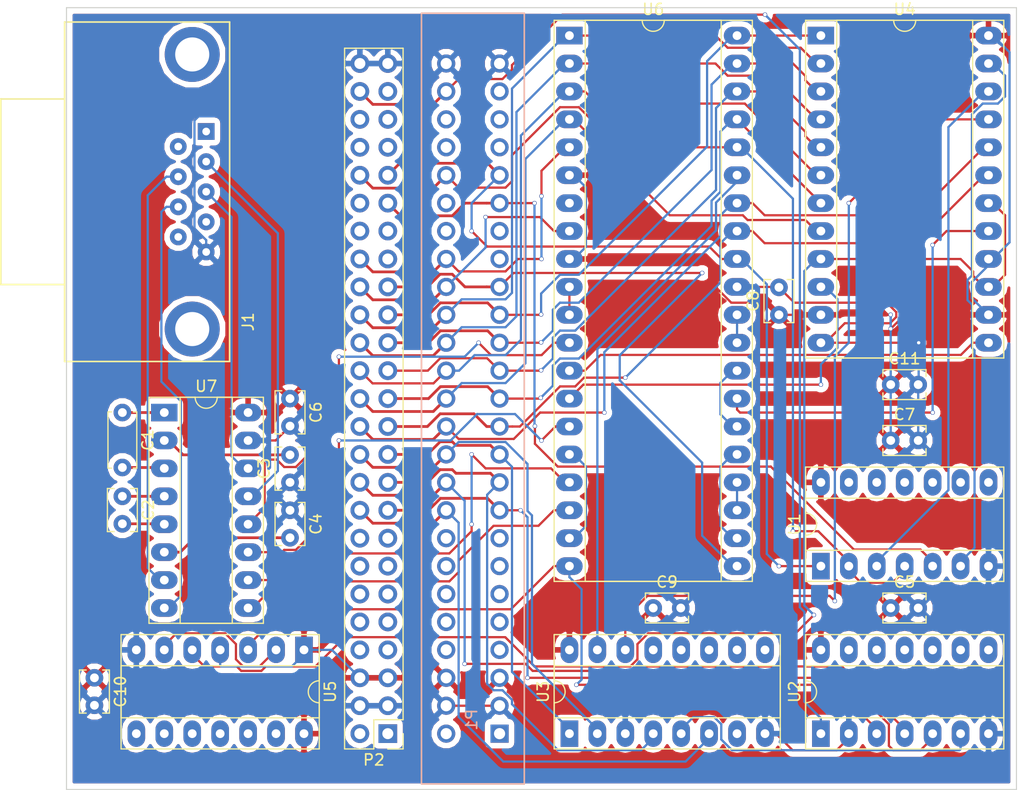
<source format=kicad_pcb>
(kicad_pcb (version 4) (host pcbnew 4.0.5-e0-6337~49~ubuntu16.04.1)
  (layers (0 F.Cu signal) (31 B.Cu signal) (34 B.Paste user) (35 F.Paste user) (36 B.SilkS user) (37 F.SilkS user) (38 B.Mask user) (39 F.Mask user) (44 Edge.Cuts user))
  (net 0 "")
  (net 1 "Net-(C1-Pad1)")
  (net 2 "Net-(C1-Pad2)")
  (net 3 "Net-(C2-Pad1)")
  (net 4 "Net-(C2-Pad2)")
  (net 5 GND)
  (net 6 "Net-(C3-Pad2)")
  (net 7 "Net-(C4-Pad2)")
  (net 8 VCC)
  (net 9 "Net-(J1-Pad1)")
  (net 10 /RX)
  (net 11 /TX)
  (net 12 "Net-(J1-Pad4)")
  (net 13 "Net-(J1-Pad9)")
  (net 14 /CTS)
  (net 15 /RTS)
  (net 16 "Net-(J1-Pad6)")
  (net 17 "Net-(P1-Pad1)")
  (net 18 "Net-(P1-Pad2)")
  (net 19 "Net-(P1-Pad7)")
  (net 20 "Net-(P1-Pad8)")
  (net 21 "Net-(P1-Pad9)")
  (net 22 "Net-(P1-Pad10)")
  (net 23 "Net-(P1-Pad11)")
  (net 24 "Net-(P1-Pad12)")
  (net 25 "Net-(P1-Pad13)")
  (net 26 "Net-(P1-Pad14)")
  (net 27 "Net-(P1-Pad15)")
  (net 28 "Net-(P1-Pad16)")
  (net 29 /A6)
  (net 30 /A7)
  (net 31 /A4)
  (net 32 /A5)
  (net 33 /A2)
  (net 34 /A3)
  (net 35 /A0)
  (net 36 /A1)
  (net 37 /D6)
  (net 38 /D7)
  (net 39 /D4)
  (net 40 /D5)
  (net 41 /D2)
  (net 42 /D3)
  (net 43 /D0)
  (net 44 /D1)
  (net 45 /~RESET)
  (net 46 /~M1)
  (net 47 "Net-(P1-Pad35)")
  (net 48 /~INT)
  (net 49 "Net-(P1-Pad37)")
  (net 50 "Net-(P1-Pad38)")
  (net 51 /~WR)
  (net 52 "Net-(P1-Pad40)")
  (net 53 /~RD)
  (net 54 /~IORQ)
  (net 55 "Net-(P1-Pad43)")
  (net 56 "Net-(P1-Pad44)")
  (net 57 "Net-(P1-Pad45)")
  (net 58 "Net-(P1-Pad46)")
  (net 59 "Net-(P1-Pad47)")
  (net 60 /CLK)
  (net 61 "Net-(P2-Pad1)")
  (net 62 "Net-(P2-Pad2)")
  (net 63 "Net-(P2-Pad7)")
  (net 64 "Net-(P2-Pad8)")
  (net 65 "Net-(P2-Pad9)")
  (net 66 "Net-(P2-Pad10)")
  (net 67 "Net-(P2-Pad11)")
  (net 68 "Net-(P2-Pad12)")
  (net 69 "Net-(P2-Pad13)")
  (net 70 "Net-(P2-Pad14)")
  (net 71 "Net-(P2-Pad15)")
  (net 72 "Net-(P2-Pad16)")
  (net 73 "Net-(P2-Pad35)")
  (net 74 "Net-(P2-Pad37)")
  (net 75 "Net-(P2-Pad38)")
  (net 76 "Net-(P2-Pad40)")
  (net 77 "Net-(P2-Pad43)")
  (net 78 "Net-(P2-Pad44)")
  (net 79 "Net-(P2-Pad45)")
  (net 80 "Net-(P2-Pad46)")
  (net 81 "Net-(P2-Pad47)")
  (net 82 "Net-(U1-Pad3)")
  (net 83 "Net-(U1-Pad6)")
  (net 84 "Net-(U2-Pad3)")
  (net 85 "Net-(U2-Pad6)")
  (net 86 "Net-(U3-Pad9)")
  (net 87 "Net-(U3-Pad10)")
  (net 88 "Net-(U3-Pad11)")
  (net 89 "Net-(U3-Pad12)")
  (net 90 "Net-(U3-Pad13)")
  (net 91 "Net-(U3-Pad14)")
  (net 92 "Net-(U3-Pad7)")
  (net 93 "Net-(U3-Pad15)")
  (net 94 "Net-(U4-Pad13)")
  (net 95 "Net-(U4-Pad15)")
  (net 96 "Net-(U4-Pad17)")
  (net 97 "Net-(U4-Pad10)")
  (net 98 "Net-(U5-Pad2)")
  (net 99 "Net-(U6-Pad22)")
  (net 100 "Net-(U6-Pad23)")
  (net 101 "Net-(U6-Pad26)")
  (net 102 "Net-(U6-Pad7)")
  (net 103 "Net-(U6-Pad29)")
  (net 104 "Net-(U6-Pad10)")
  (net 105 "Net-(U6-Pad12)")
  (net 106 "Net-(U6-Pad15)")
  (net 107 "Net-(U6-Pad16)")
  (net 108 "Net-(U6-Pad17)")
  (net 109 "Net-(U6-Pad18)")
  (module Footprints:DSUB9_3-338168-2 (layer F.Cu) (at 68.58 94.615 90)
    (fp_text reference J1 (at -6.35 5.08 90) (layer F.SilkS))
    (fp_text value DB9)
    (pad 5 thru_hole circle (at 0 1.27 90) (size 1.524 1.524) (drill 0.7) (layers *.Cu *.Mask) (net 5 GND))
    (pad 9 thru_hole circle (at 1.37 -1.27 90) (size 1.524 1.524) (drill 0.7) (layers *.Cu *.Mask) (net 13 "Net-(J1-Pad9)"))
    (pad 4 thru_hole circle (at 2.74 1.27 90) (size 1.524 1.524) (drill 0.7) (layers *.Cu *.Mask) (net 12 "Net-(J1-Pad4)"))
    (pad 8 thru_hole circle (at 4.11 -1.27 90) (size 1.524 1.524) (drill 0.7) (layers *.Cu *.Mask) (net 14 /CTS))
    (pad 3 thru_hole circle (at 5.48 1.27 90) (size 1.524 1.524) (drill 0.7) (layers *.Cu *.Mask) (net 11 /TX))
    (pad 7 thru_hole circle (at 6.85 -1.27 90) (size 1.524 1.524) (drill 0.7) (layers *.Cu *.Mask) (net 15 /RTS))
    (pad 2 thru_hole circle (at 8.22 1.27 90) (size 1.524 1.524) (drill 0.7) (layers *.Cu *.Mask) (net 10 /RX))
    (pad 6 thru_hole circle (at 9.59 -1.27 90) (size 1.524 1.524) (drill 0.7) (layers *.Cu *.Mask) (net 16 "Net-(J1-Pad6)"))
    (pad 1 thru_hole rect (at 10.96 1.27 90) (size 1.524 1.524) (drill 0.7) (layers *.Cu *.Mask) (net 9 "Net-(J1-Pad1)"))
    (pad 10 thru_hole circle (at -7.01 0 90) (size 5 5) (drill 3.1) (layers *.Cu *.Mask))
    (pad 11 thru_hole circle (at 17.97 0 90) (size 5 5) (drill 3.1) (layers *.Cu *.Mask))
  )
  (module Footprints:Standard_Edge_II_Connector_2x50 (layer B.Cu) (at 96.52 138.43 90)
    (fp_text reference P1 (at 1.27 -2.54 90) (layer B.SilkS) (effects (justify mirror)))
    (fp_text value CONN_02X25)
    (pad 1 thru_hole rect (at 0 0 90) (size 1.651 1.651) (drill 1.016) (layers *.Cu *.Mask) (net 17 "Net-(P1-Pad1)"))
    (pad 2 thru_hole circle (at 0 -4.8514 90) (size 1.651 1.651) (drill 1.016) (layers *.Cu *.Mask) (net 18 "Net-(P1-Pad2)"))
    (pad 3 thru_hole circle (at 2.54 0 90) (size 1.651 1.651) (drill 1.016) (layers *.Cu *.Mask) (net 5 GND))
    (pad 4 thru_hole circle (at 2.54 -4.8514 90) (size 1.651 1.651) (drill 1.016) (layers *.Cu *.Mask) (net 5 GND))
    (pad 5 thru_hole circle (at 5.08 0 90) (size 1.651 1.651) (drill 1.016) (layers *.Cu *.Mask) (net 8 VCC))
    (pad 6 thru_hole circle (at 5.08 -4.8514 90) (size 1.651 1.651) (drill 1.016) (layers *.Cu *.Mask) (net 8 VCC))
    (pad 7 thru_hole circle (at 7.62 0 90) (size 1.651 1.651) (drill 1.016) (layers *.Cu *.Mask) (net 19 "Net-(P1-Pad7)"))
    (pad 8 thru_hole circle (at 7.62 -4.8514 90) (size 1.651 1.651) (drill 1.016) (layers *.Cu *.Mask) (net 20 "Net-(P1-Pad8)"))
    (pad 9 thru_hole circle (at 10.16 0 90) (size 1.651 1.651) (drill 1.016) (layers *.Cu *.Mask) (net 21 "Net-(P1-Pad9)"))
    (pad 10 thru_hole circle (at 10.16 -4.8514 90) (size 1.651 1.651) (drill 1.016) (layers *.Cu *.Mask) (net 22 "Net-(P1-Pad10)"))
    (pad 11 thru_hole circle (at 12.7 0 90) (size 1.651 1.651) (drill 1.016) (layers *.Cu *.Mask) (net 23 "Net-(P1-Pad11)"))
    (pad 12 thru_hole circle (at 12.7 -4.8514 90) (size 1.651 1.651) (drill 1.016) (layers *.Cu *.Mask) (net 24 "Net-(P1-Pad12)"))
    (pad 13 thru_hole circle (at 15.24 0 90) (size 1.651 1.651) (drill 1.016) (layers *.Cu *.Mask) (net 25 "Net-(P1-Pad13)"))
    (pad 14 thru_hole circle (at 15.24 -4.8514 90) (size 1.651 1.651) (drill 1.016) (layers *.Cu *.Mask) (net 26 "Net-(P1-Pad14)"))
    (pad 15 thru_hole circle (at 17.78 0 90) (size 1.651 1.651) (drill 1.016) (layers *.Cu *.Mask) (net 27 "Net-(P1-Pad15)"))
    (pad 16 thru_hole circle (at 17.78 -4.8514 90) (size 1.651 1.651) (drill 1.016) (layers *.Cu *.Mask) (net 28 "Net-(P1-Pad16)"))
    (pad 17 thru_hole circle (at 20.32 0 90) (size 1.651 1.651) (drill 1.016) (layers *.Cu *.Mask) (net 29 /A6))
    (pad 18 thru_hole circle (at 20.32 -4.8514 90) (size 1.651 1.651) (drill 1.016) (layers *.Cu *.Mask) (net 30 /A7))
    (pad 19 thru_hole circle (at 22.86 0 90) (size 1.651 1.651) (drill 1.016) (layers *.Cu *.Mask) (net 31 /A4))
    (pad 20 thru_hole circle (at 22.86 -4.8514 90) (size 1.651 1.651) (drill 1.016) (layers *.Cu *.Mask) (net 32 /A5))
    (pad 21 thru_hole circle (at 25.4 0 90) (size 1.651 1.651) (drill 1.016) (layers *.Cu *.Mask) (net 33 /A2))
    (pad 22 thru_hole circle (at 25.4 -4.8514 90) (size 1.651 1.651) (drill 1.016) (layers *.Cu *.Mask) (net 34 /A3))
    (pad 23 thru_hole circle (at 27.94 0 90) (size 1.651 1.651) (drill 1.016) (layers *.Cu *.Mask) (net 35 /A0))
    (pad 24 thru_hole circle (at 27.94 -4.8514 90) (size 1.651 1.651) (drill 1.016) (layers *.Cu *.Mask) (net 36 /A1))
    (pad 25 thru_hole circle (at 30.48 0 90) (size 1.651 1.651) (drill 1.016) (layers *.Cu *.Mask) (net 37 /D6))
    (pad 26 thru_hole circle (at 30.48 -4.8514 90) (size 1.651 1.651) (drill 1.016) (layers *.Cu *.Mask) (net 38 /D7))
    (pad 27 thru_hole circle (at 33.02 0 90) (size 1.651 1.651) (drill 1.016) (layers *.Cu *.Mask) (net 39 /D4))
    (pad 28 thru_hole circle (at 33.02 -4.8514 90) (size 1.651 1.651) (drill 1.016) (layers *.Cu *.Mask) (net 40 /D5))
    (pad 29 thru_hole circle (at 35.56 0 90) (size 1.651 1.651) (drill 1.016) (layers *.Cu *.Mask) (net 41 /D2))
    (pad 30 thru_hole circle (at 35.56 -4.8514 90) (size 1.651 1.651) (drill 1.016) (layers *.Cu *.Mask) (net 42 /D3))
    (pad 31 thru_hole circle (at 38.1 0 90) (size 1.651 1.651) (drill 1.016) (layers *.Cu *.Mask) (net 43 /D0))
    (pad 32 thru_hole circle (at 38.1 -4.8514 90) (size 1.651 1.651) (drill 1.016) (layers *.Cu *.Mask) (net 44 /D1))
    (pad 33 thru_hole circle (at 40.64 0 90) (size 1.651 1.651) (drill 1.016) (layers *.Cu *.Mask) (net 45 /~RESET))
    (pad 34 thru_hole circle (at 40.64 -4.8514 90) (size 1.651 1.651) (drill 1.016) (layers *.Cu *.Mask) (net 46 /~M1))
    (pad 35 thru_hole circle (at 43.18 0 90) (size 1.651 1.651) (drill 1.016) (layers *.Cu *.Mask) (net 47 "Net-(P1-Pad35)"))
    (pad 36 thru_hole circle (at 43.18 -4.8514 90) (size 1.651 1.651) (drill 1.016) (layers *.Cu *.Mask) (net 48 /~INT))
    (pad 37 thru_hole circle (at 45.72 0 90) (size 1.651 1.651) (drill 1.016) (layers *.Cu *.Mask) (net 49 "Net-(P1-Pad37)"))
    (pad 38 thru_hole circle (at 45.72 -4.8514 90) (size 1.651 1.651) (drill 1.016) (layers *.Cu *.Mask) (net 50 "Net-(P1-Pad38)"))
    (pad 39 thru_hole circle (at 48.26 0 90) (size 1.651 1.651) (drill 1.016) (layers *.Cu *.Mask) (net 51 /~WR))
    (pad 40 thru_hole circle (at 48.26 -4.8514 90) (size 1.651 1.651) (drill 1.016) (layers *.Cu *.Mask) (net 52 "Net-(P1-Pad40)"))
    (pad 41 thru_hole circle (at 50.8 0 90) (size 1.651 1.651) (drill 1.016) (layers *.Cu *.Mask) (net 53 /~RD))
    (pad 42 thru_hole circle (at 50.8 -4.8514 90) (size 1.651 1.651) (drill 1.016) (layers *.Cu *.Mask) (net 54 /~IORQ))
    (pad 43 thru_hole circle (at 53.34 0 90) (size 1.651 1.651) (drill 1.016) (layers *.Cu *.Mask) (net 55 "Net-(P1-Pad43)"))
    (pad 44 thru_hole circle (at 53.34 -4.8514 90) (size 1.651 1.651) (drill 1.016) (layers *.Cu *.Mask) (net 56 "Net-(P1-Pad44)"))
    (pad 45 thru_hole circle (at 55.88 0 90) (size 1.651 1.651) (drill 1.016) (layers *.Cu *.Mask) (net 57 "Net-(P1-Pad45)"))
    (pad 46 thru_hole circle (at 55.88 -4.8514 90) (size 1.651 1.651) (drill 1.016) (layers *.Cu *.Mask) (net 58 "Net-(P1-Pad46)"))
    (pad 47 thru_hole circle (at 58.42 0 90) (size 1.651 1.651) (drill 1.016) (layers *.Cu *.Mask) (net 59 "Net-(P1-Pad47)"))
    (pad 48 thru_hole circle (at 58.42 -4.8514 90) (size 1.651 1.651) (drill 1.016) (layers *.Cu *.Mask) (net 60 /CLK))
    (pad 49 thru_hole circle (at 60.96 0 90) (size 1.651 1.651) (drill 1.016) (layers *.Cu *.Mask) (net 5 GND))
    (pad 50 thru_hole circle (at 60.96 -4.8514 90) (size 1.651 1.651) (drill 1.016) (layers *.Cu *.Mask) (net 5 GND))
  )
  (module Capacitors_THT:C_Disc_D3.8mm_W2.6mm_P2.50mm (layer F.Cu) (at 77.47 107.95 270)
    (fp_text reference C6 (at 1.25 -2.36 270) (layer F.SilkS))
    (fp_text value 100nF)
    (pad 1 thru_hole circle (at 0 0 270) (size 1.6 1.6) (drill 0.8) (layers *.Cu *.Mask) (net 8 VCC))
    (pad 2 thru_hole circle (at 2.5 0 270) (size 1.6 1.6) (drill 0.8) (layers *.Cu *.Mask) (net 5 GND))
  )
  (module Capacitors_THT:C_Disc_D5.0mm_W2.5mm_P5.00mm (layer F.Cu) (at 62.23 109.22 270)
    (fp_text reference C1 (at 2.5 -2.31 270) (layer F.SilkS))
    (fp_text value 47u)
    (pad 1 thru_hole circle (at 0 0 270) (size 1.6 1.6) (drill 0.8) (layers *.Cu *.Mask) (net 1 "Net-(C1-Pad1)"))
    (pad 2 thru_hole circle (at 5 0 270) (size 1.6 1.6) (drill 0.8) (layers *.Cu *.Mask) (net 2 "Net-(C1-Pad2)"))
  )
  (module Capacitors_THT:C_Disc_D3.8mm_W2.6mm_P2.50mm (layer F.Cu) (at 62.23 116.84 270)
    (fp_text reference C2 (at 1.25 -2.36 270) (layer F.SilkS))
    (fp_text value 33u)
    (pad 1 thru_hole circle (at 0 0 270) (size 1.6 1.6) (drill 0.8) (layers *.Cu *.Mask) (net 3 "Net-(C2-Pad1)"))
    (pad 2 thru_hole circle (at 2.5 0 270) (size 1.6 1.6) (drill 0.8) (layers *.Cu *.Mask) (net 4 "Net-(C2-Pad2)"))
  )
  (module Capacitors_THT:C_Disc_D3.8mm_W2.6mm_P2.50mm (layer F.Cu) (at 77.47 115.57 90)
    (fp_text reference C3 (at 1.25 -2.36 90) (layer F.SilkS))
    (fp_text value 33u)
    (pad 1 thru_hole circle (at 0 0 90) (size 1.6 1.6) (drill 0.8) (layers *.Cu *.Mask) (net 5 GND))
    (pad 2 thru_hole circle (at 2.5 0 90) (size 1.6 1.6) (drill 0.8) (layers *.Cu *.Mask) (net 6 "Net-(C3-Pad2)"))
  )
  (module Capacitors_THT:C_Disc_D3.8mm_W2.6mm_P2.50mm (layer F.Cu) (at 77.47 118.11 270)
    (fp_text reference C4 (at 1.25 -2.36 270) (layer F.SilkS))
    (fp_text value 33u)
    (pad 1 thru_hole circle (at 0 0 270) (size 1.6 1.6) (drill 0.8) (layers *.Cu *.Mask) (net 5 GND))
    (pad 2 thru_hole circle (at 2.5 0 270) (size 1.6 1.6) (drill 0.8) (layers *.Cu *.Mask) (net 7 "Net-(C4-Pad2)"))
  )
  (module Capacitors_THT:C_Disc_D3.8mm_W2.6mm_P2.50mm (layer F.Cu) (at 132.08 127)
    (fp_text reference C5 (at 1.25 -2.36) (layer F.SilkS))
    (fp_text value 100nF)
    (pad 1 thru_hole circle (at 0 0) (size 1.6 1.6) (drill 0.8) (layers *.Cu *.Mask) (net 8 VCC))
    (pad 2 thru_hole circle (at 2.5 0) (size 1.6 1.6) (drill 0.8) (layers *.Cu *.Mask) (net 5 GND))
  )
  (module Capacitors_THT:C_Disc_D3.8mm_W2.6mm_P2.50mm (layer F.Cu) (at 132.08 111.76)
    (fp_text reference C7 (at 1.25 -2.36) (layer F.SilkS))
    (fp_text value 100nF)
    (pad 1 thru_hole circle (at 0 0) (size 1.6 1.6) (drill 0.8) (layers *.Cu *.Mask) (net 8 VCC))
    (pad 2 thru_hole circle (at 2.5 0) (size 1.6 1.6) (drill 0.8) (layers *.Cu *.Mask) (net 5 GND))
  )
  (module Capacitors_THT:C_Disc_D3.8mm_W2.6mm_P2.50mm (layer F.Cu) (at 121.92 100.33 90)
    (fp_text reference C8 (at 1.25 -2.36 90) (layer F.SilkS))
    (fp_text value 100nF)
    (pad 1 thru_hole circle (at 0 0 90) (size 1.6 1.6) (drill 0.8) (layers *.Cu *.Mask) (net 8 VCC))
    (pad 2 thru_hole circle (at 2.5 0 90) (size 1.6 1.6) (drill 0.8) (layers *.Cu *.Mask) (net 5 GND))
  )
  (module Capacitors_THT:C_Disc_D3.8mm_W2.6mm_P2.50mm (layer F.Cu) (at 110.49 127)
    (fp_text reference C9 (at 1.25 -2.36) (layer F.SilkS))
    (fp_text value 100nF)
    (pad 1 thru_hole circle (at 0 0) (size 1.6 1.6) (drill 0.8) (layers *.Cu *.Mask) (net 8 VCC))
    (pad 2 thru_hole circle (at 2.5 0) (size 1.6 1.6) (drill 0.8) (layers *.Cu *.Mask) (net 5 GND))
  )
  (module Capacitors_THT:C_Disc_D3.8mm_W2.6mm_P2.50mm (layer F.Cu) (at 59.69 133.35 270)
    (fp_text reference C10 (at 1.25 -2.36 270) (layer F.SilkS))
    (fp_text value 100nF)
    (pad 1 thru_hole circle (at 0 0 270) (size 1.6 1.6) (drill 0.8) (layers *.Cu *.Mask) (net 8 VCC))
    (pad 2 thru_hole circle (at 2.5 0 270) (size 1.6 1.6) (drill 0.8) (layers *.Cu *.Mask) (net 5 GND))
  )
  (module Capacitors_THT:C_Disc_D3.8mm_W2.6mm_P2.50mm (layer F.Cu) (at 132.08 106.68)
    (fp_text reference C11 (at 1.25 -2.36) (layer F.SilkS))
    (fp_text value 100nF)
    (pad 1 thru_hole circle (at 0 0) (size 1.6 1.6) (drill 0.8) (layers *.Cu *.Mask) (net 8 VCC))
    (pad 2 thru_hole circle (at 2.5 0) (size 1.6 1.6) (drill 0.8) (layers *.Cu *.Mask) (net 5 GND))
  )
  (module Pin_Headers:Pin_Header_Straight_2x25_Pitch2.54mm (layer F.Cu) (at 86.36 138.43 180)
    (fp_text reference P2 (at 1.27 -2.39 180) (layer F.SilkS))
    (fp_text value CONN_02X25)
    (pad 1 thru_hole rect (at 0 0 180) (size 1.7 1.7) (drill 1) (layers *.Cu *.Mask) (net 61 "Net-(P2-Pad1)"))
    (pad 2 thru_hole oval (at 2.54 0 180) (size 1.7 1.7) (drill 1) (layers *.Cu *.Mask) (net 62 "Net-(P2-Pad2)"))
    (pad 3 thru_hole oval (at 0 2.54 180) (size 1.7 1.7) (drill 1) (layers *.Cu *.Mask) (net 5 GND))
    (pad 4 thru_hole oval (at 2.54 2.54 180) (size 1.7 1.7) (drill 1) (layers *.Cu *.Mask) (net 5 GND))
    (pad 5 thru_hole oval (at 0 5.08 180) (size 1.7 1.7) (drill 1) (layers *.Cu *.Mask) (net 8 VCC))
    (pad 6 thru_hole oval (at 2.54 5.08 180) (size 1.7 1.7) (drill 1) (layers *.Cu *.Mask) (net 8 VCC))
    (pad 7 thru_hole oval (at 0 7.62 180) (size 1.7 1.7) (drill 1) (layers *.Cu *.Mask) (net 63 "Net-(P2-Pad7)"))
    (pad 8 thru_hole oval (at 2.54 7.62 180) (size 1.7 1.7) (drill 1) (layers *.Cu *.Mask) (net 64 "Net-(P2-Pad8)"))
    (pad 9 thru_hole oval (at 0 10.16 180) (size 1.7 1.7) (drill 1) (layers *.Cu *.Mask) (net 65 "Net-(P2-Pad9)"))
    (pad 10 thru_hole oval (at 2.54 10.16 180) (size 1.7 1.7) (drill 1) (layers *.Cu *.Mask) (net 66 "Net-(P2-Pad10)"))
    (pad 11 thru_hole oval (at 0 12.7 180) (size 1.7 1.7) (drill 1) (layers *.Cu *.Mask) (net 67 "Net-(P2-Pad11)"))
    (pad 12 thru_hole oval (at 2.54 12.7 180) (size 1.7 1.7) (drill 1) (layers *.Cu *.Mask) (net 68 "Net-(P2-Pad12)"))
    (pad 13 thru_hole oval (at 0 15.24 180) (size 1.7 1.7) (drill 1) (layers *.Cu *.Mask) (net 69 "Net-(P2-Pad13)"))
    (pad 14 thru_hole oval (at 2.54 15.24 180) (size 1.7 1.7) (drill 1) (layers *.Cu *.Mask) (net 70 "Net-(P2-Pad14)"))
    (pad 15 thru_hole oval (at 0 17.78 180) (size 1.7 1.7) (drill 1) (layers *.Cu *.Mask) (net 71 "Net-(P2-Pad15)"))
    (pad 16 thru_hole oval (at 2.54 17.78 180) (size 1.7 1.7) (drill 1) (layers *.Cu *.Mask) (net 72 "Net-(P2-Pad16)"))
    (pad 17 thru_hole oval (at 0 20.32 180) (size 1.7 1.7) (drill 1) (layers *.Cu *.Mask) (net 29 /A6))
    (pad 18 thru_hole oval (at 2.54 20.32 180) (size 1.7 1.7) (drill 1) (layers *.Cu *.Mask) (net 30 /A7))
    (pad 19 thru_hole oval (at 0 22.86 180) (size 1.7 1.7) (drill 1) (layers *.Cu *.Mask) (net 31 /A4))
    (pad 20 thru_hole oval (at 2.54 22.86 180) (size 1.7 1.7) (drill 1) (layers *.Cu *.Mask) (net 32 /A5))
    (pad 21 thru_hole oval (at 0 25.4 180) (size 1.7 1.7) (drill 1) (layers *.Cu *.Mask) (net 33 /A2))
    (pad 22 thru_hole oval (at 2.54 25.4 180) (size 1.7 1.7) (drill 1) (layers *.Cu *.Mask) (net 34 /A3))
    (pad 23 thru_hole oval (at 0 27.94 180) (size 1.7 1.7) (drill 1) (layers *.Cu *.Mask) (net 35 /A0))
    (pad 24 thru_hole oval (at 2.54 27.94 180) (size 1.7 1.7) (drill 1) (layers *.Cu *.Mask) (net 36 /A1))
    (pad 25 thru_hole oval (at 0 30.48 180) (size 1.7 1.7) (drill 1) (layers *.Cu *.Mask) (net 37 /D6))
    (pad 26 thru_hole oval (at 2.54 30.48 180) (size 1.7 1.7) (drill 1) (layers *.Cu *.Mask) (net 38 /D7))
    (pad 27 thru_hole oval (at 0 33.02 180) (size 1.7 1.7) (drill 1) (layers *.Cu *.Mask) (net 39 /D4))
    (pad 28 thru_hole oval (at 2.54 33.02 180) (size 1.7 1.7) (drill 1) (layers *.Cu *.Mask) (net 40 /D5))
    (pad 29 thru_hole oval (at 0 35.56 180) (size 1.7 1.7) (drill 1) (layers *.Cu *.Mask) (net 41 /D2))
    (pad 30 thru_hole oval (at 2.54 35.56 180) (size 1.7 1.7) (drill 1) (layers *.Cu *.Mask) (net 42 /D3))
    (pad 31 thru_hole oval (at 0 38.1 180) (size 1.7 1.7) (drill 1) (layers *.Cu *.Mask) (net 43 /D0))
    (pad 32 thru_hole oval (at 2.54 38.1 180) (size 1.7 1.7) (drill 1) (layers *.Cu *.Mask) (net 44 /D1))
    (pad 33 thru_hole oval (at 0 40.64 180) (size 1.7 1.7) (drill 1) (layers *.Cu *.Mask) (net 45 /~RESET))
    (pad 34 thru_hole oval (at 2.54 40.64 180) (size 1.7 1.7) (drill 1) (layers *.Cu *.Mask) (net 46 /~M1))
    (pad 35 thru_hole oval (at 0 43.18 180) (size 1.7 1.7) (drill 1) (layers *.Cu *.Mask) (net 73 "Net-(P2-Pad35)"))
    (pad 36 thru_hole oval (at 2.54 43.18 180) (size 1.7 1.7) (drill 1) (layers *.Cu *.Mask) (net 48 /~INT))
    (pad 37 thru_hole oval (at 0 45.72 180) (size 1.7 1.7) (drill 1) (layers *.Cu *.Mask) (net 74 "Net-(P2-Pad37)"))
    (pad 38 thru_hole oval (at 2.54 45.72 180) (size 1.7 1.7) (drill 1) (layers *.Cu *.Mask) (net 75 "Net-(P2-Pad38)"))
    (pad 39 thru_hole oval (at 0 48.26 180) (size 1.7 1.7) (drill 1) (layers *.Cu *.Mask) (net 51 /~WR))
    (pad 40 thru_hole oval (at 2.54 48.26 180) (size 1.7 1.7) (drill 1) (layers *.Cu *.Mask) (net 76 "Net-(P2-Pad40)"))
    (pad 41 thru_hole oval (at 0 50.8 180) (size 1.7 1.7) (drill 1) (layers *.Cu *.Mask) (net 53 /~RD))
    (pad 42 thru_hole oval (at 2.54 50.8 180) (size 1.7 1.7) (drill 1) (layers *.Cu *.Mask) (net 54 /~IORQ))
    (pad 43 thru_hole oval (at 0 53.34 180) (size 1.7 1.7) (drill 1) (layers *.Cu *.Mask) (net 77 "Net-(P2-Pad43)"))
    (pad 44 thru_hole oval (at 2.54 53.34 180) (size 1.7 1.7) (drill 1) (layers *.Cu *.Mask) (net 78 "Net-(P2-Pad44)"))
    (pad 45 thru_hole oval (at 0 55.88 180) (size 1.7 1.7) (drill 1) (layers *.Cu *.Mask) (net 79 "Net-(P2-Pad45)"))
    (pad 46 thru_hole oval (at 2.54 55.88 180) (size 1.7 1.7) (drill 1) (layers *.Cu *.Mask) (net 80 "Net-(P2-Pad46)"))
    (pad 47 thru_hole oval (at 0 58.42 180) (size 1.7 1.7) (drill 1) (layers *.Cu *.Mask) (net 81 "Net-(P2-Pad47)"))
    (pad 48 thru_hole oval (at 2.54 58.42 180) (size 1.7 1.7) (drill 1) (layers *.Cu *.Mask) (net 60 /CLK))
    (pad 49 thru_hole oval (at 0 60.96 180) (size 1.7 1.7) (drill 1) (layers *.Cu *.Mask) (net 5 GND))
    (pad 50 thru_hole oval (at 2.54 60.96 180) (size 1.7 1.7) (drill 1) (layers *.Cu *.Mask) (net 5 GND))
  )
  (module Housings_DIP:DIP-14_W7.62mm_Socket_LongPads (layer F.Cu) (at 125.73 123.19 90)
    (fp_text reference U1 (at 3.81 -2.39 90) (layer F.SilkS))
    (fp_text value 74LS32)
    (pad 1 thru_hole rect (at 0 0 90) (size 2.4 1.6) (drill 0.8) (layers *.Cu *.Mask) (net 53 /~RD))
    (pad 8 thru_hole oval (at 7.62 15.24 90) (size 2.4 1.6) (drill 0.8) (layers *.Cu *.Mask))
    (pad 2 thru_hole oval (at 0 2.54 90) (size 2.4 1.6) (drill 0.8) (layers *.Cu *.Mask) (net 54 /~IORQ))
    (pad 9 thru_hole oval (at 7.62 12.7 90) (size 2.4 1.6) (drill 0.8) (layers *.Cu *.Mask))
    (pad 3 thru_hole oval (at 0 5.08 90) (size 2.4 1.6) (drill 0.8) (layers *.Cu *.Mask) (net 82 "Net-(U1-Pad3)"))
    (pad 10 thru_hole oval (at 7.62 10.16 90) (size 2.4 1.6) (drill 0.8) (layers *.Cu *.Mask))
    (pad 4 thru_hole oval (at 0 7.62 90) (size 2.4 1.6) (drill 0.8) (layers *.Cu *.Mask) (net 54 /~IORQ))
    (pad 11 thru_hole oval (at 7.62 7.62 90) (size 2.4 1.6) (drill 0.8) (layers *.Cu *.Mask))
    (pad 5 thru_hole oval (at 0 10.16 90) (size 2.4 1.6) (drill 0.8) (layers *.Cu *.Mask) (net 51 /~WR))
    (pad 12 thru_hole oval (at 7.62 5.08 90) (size 2.4 1.6) (drill 0.8) (layers *.Cu *.Mask))
    (pad 6 thru_hole oval (at 0 12.7 90) (size 2.4 1.6) (drill 0.8) (layers *.Cu *.Mask) (net 83 "Net-(U1-Pad6)"))
    (pad 13 thru_hole oval (at 7.62 2.54 90) (size 2.4 1.6) (drill 0.8) (layers *.Cu *.Mask))
    (pad 7 thru_hole oval (at 0 15.24 90) (size 2.4 1.6) (drill 0.8) (layers *.Cu *.Mask) (net 5 GND))
    (pad 14 thru_hole oval (at 7.62 0 90) (size 2.4 1.6) (drill 0.8) (layers *.Cu *.Mask) (net 8 VCC))
  )
  (module Housings_DIP:DIP-14_W7.62mm_Socket_LongPads (layer F.Cu) (at 125.73 138.43 90)
    (fp_text reference U2 (at 3.81 -2.39 90) (layer F.SilkS))
    (fp_text value 74LS00)
    (pad 1 thru_hole rect (at 0 0 90) (size 2.4 1.6) (drill 0.8) (layers *.Cu *.Mask) (net 60 /CLK))
    (pad 8 thru_hole oval (at 7.62 15.24 90) (size 2.4 1.6) (drill 0.8) (layers *.Cu *.Mask))
    (pad 2 thru_hole oval (at 0 2.54 90) (size 2.4 1.6) (drill 0.8) (layers *.Cu *.Mask) (net 5 GND))
    (pad 9 thru_hole oval (at 7.62 12.7 90) (size 2.4 1.6) (drill 0.8) (layers *.Cu *.Mask))
    (pad 3 thru_hole oval (at 0 5.08 90) (size 2.4 1.6) (drill 0.8) (layers *.Cu *.Mask) (net 84 "Net-(U2-Pad3)"))
    (pad 10 thru_hole oval (at 7.62 10.16 90) (size 2.4 1.6) (drill 0.8) (layers *.Cu *.Mask))
    (pad 4 thru_hole oval (at 0 7.62 90) (size 2.4 1.6) (drill 0.8) (layers *.Cu *.Mask) (net 32 /A5))
    (pad 11 thru_hole oval (at 7.62 7.62 90) (size 2.4 1.6) (drill 0.8) (layers *.Cu *.Mask))
    (pad 5 thru_hole oval (at 0 10.16 90) (size 2.4 1.6) (drill 0.8) (layers *.Cu *.Mask) (net 29 /A6))
    (pad 12 thru_hole oval (at 7.62 5.08 90) (size 2.4 1.6) (drill 0.8) (layers *.Cu *.Mask))
    (pad 6 thru_hole oval (at 0 12.7 90) (size 2.4 1.6) (drill 0.8) (layers *.Cu *.Mask) (net 85 "Net-(U2-Pad6)"))
    (pad 13 thru_hole oval (at 7.62 2.54 90) (size 2.4 1.6) (drill 0.8) (layers *.Cu *.Mask))
    (pad 7 thru_hole oval (at 0 15.24 90) (size 2.4 1.6) (drill 0.8) (layers *.Cu *.Mask) (net 5 GND))
    (pad 14 thru_hole oval (at 7.62 0 90) (size 2.4 1.6) (drill 0.8) (layers *.Cu *.Mask) (net 8 VCC))
  )
  (module Housings_DIP:DIP-14_W7.62mm_Socket_LongPads (layer F.Cu) (at 78.74 130.81 270)
    (fp_text reference U5 (at 3.81 -2.39 270) (layer F.SilkS))
    (fp_text value 74LS74)
    (pad 1 thru_hole rect (at 0 0 270) (size 2.4 1.6) (drill 0.8) (layers *.Cu *.Mask) (net 8 VCC))
    (pad 8 thru_hole oval (at 7.62 15.24 270) (size 2.4 1.6) (drill 0.8) (layers *.Cu *.Mask))
    (pad 2 thru_hole oval (at 0 2.54 270) (size 2.4 1.6) (drill 0.8) (layers *.Cu *.Mask) (net 98 "Net-(U5-Pad2)"))
    (pad 9 thru_hole oval (at 7.62 12.7 270) (size 2.4 1.6) (drill 0.8) (layers *.Cu *.Mask))
    (pad 3 thru_hole oval (at 0 5.08 270) (size 2.4 1.6) (drill 0.8) (layers *.Cu *.Mask) (net 84 "Net-(U2-Pad3)"))
    (pad 10 thru_hole oval (at 7.62 10.16 270) (size 2.4 1.6) (drill 0.8) (layers *.Cu *.Mask))
    (pad 4 thru_hole oval (at 0 7.62 270) (size 2.4 1.6) (drill 0.8) (layers *.Cu *.Mask) (net 8 VCC))
    (pad 11 thru_hole oval (at 7.62 7.62 270) (size 2.4 1.6) (drill 0.8) (layers *.Cu *.Mask))
    (pad 5 thru_hole oval (at 0 10.16 270) (size 2.4 1.6) (drill 0.8) (layers *.Cu *.Mask) (net 95 "Net-(U4-Pad15)"))
    (pad 12 thru_hole oval (at 7.62 5.08 270) (size 2.4 1.6) (drill 0.8) (layers *.Cu *.Mask))
    (pad 6 thru_hole oval (at 0 12.7 270) (size 2.4 1.6) (drill 0.8) (layers *.Cu *.Mask) (net 98 "Net-(U5-Pad2)"))
    (pad 13 thru_hole oval (at 7.62 2.54 270) (size 2.4 1.6) (drill 0.8) (layers *.Cu *.Mask))
    (pad 7 thru_hole oval (at 0 15.24 270) (size 2.4 1.6) (drill 0.8) (layers *.Cu *.Mask) (net 5 GND))
    (pad 14 thru_hole oval (at 7.62 0 270) (size 2.4 1.6) (drill 0.8) (layers *.Cu *.Mask) (net 8 VCC))
  )
  (module Housings_DIP:DIP-40_W15.24mm_Socket_LongPads (layer F.Cu) (at 102.87 74.93)
    (fp_text reference U6 (at 7.62 -2.39) (layer F.SilkS))
    (fp_text value Z80DART)
    (pad 1 thru_hole rect (at 0 0) (size 2.4 1.6) (drill 0.8) (layers *.Cu *.Mask) (net 44 /D1))
    (pad 21 thru_hole oval (at 15.24 48.26) (size 2.4 1.6) (drill 0.8) (layers *.Cu *.Mask) (net 45 /~RESET))
    (pad 2 thru_hole oval (at 0 2.54) (size 2.4 1.6) (drill 0.8) (layers *.Cu *.Mask) (net 42 /D3))
    (pad 22 thru_hole oval (at 15.24 45.72) (size 2.4 1.6) (drill 0.8) (layers *.Cu *.Mask) (net 99 "Net-(U6-Pad22)"))
    (pad 3 thru_hole oval (at 0 5.08) (size 2.4 1.6) (drill 0.8) (layers *.Cu *.Mask) (net 40 /D5))
    (pad 23 thru_hole oval (at 15.24 43.18) (size 2.4 1.6) (drill 0.8) (layers *.Cu *.Mask) (net 100 "Net-(U6-Pad23)"))
    (pad 4 thru_hole oval (at 0 7.62) (size 2.4 1.6) (drill 0.8) (layers *.Cu *.Mask) (net 38 /D7))
    (pad 24 thru_hole oval (at 15.24 40.64) (size 2.4 1.6) (drill 0.8) (layers *.Cu *.Mask) (net 100 "Net-(U6-Pad23)"))
    (pad 5 thru_hole oval (at 0 10.16) (size 2.4 1.6) (drill 0.8) (layers *.Cu *.Mask) (net 48 /~INT))
    (pad 25 thru_hole oval (at 15.24 38.1) (size 2.4 1.6) (drill 0.8) (layers *.Cu *.Mask) (net 99 "Net-(U6-Pad22)"))
    (pad 6 thru_hole oval (at 0 12.7) (size 2.4 1.6) (drill 0.8) (layers *.Cu *.Mask) (net 8 VCC))
    (pad 26 thru_hole oval (at 15.24 35.56) (size 2.4 1.6) (drill 0.8) (layers *.Cu *.Mask) (net 101 "Net-(U6-Pad26)"))
    (pad 7 thru_hole oval (at 0 15.24) (size 2.4 1.6) (drill 0.8) (layers *.Cu *.Mask) (net 102 "Net-(U6-Pad7)"))
    (pad 27 thru_hole oval (at 15.24 33.02) (size 2.4 1.6) (drill 0.8) (layers *.Cu *.Mask) (net 96 "Net-(U4-Pad17)"))
    (pad 8 thru_hole oval (at 0 17.78) (size 2.4 1.6) (drill 0.8) (layers *.Cu *.Mask) (net 46 /~M1))
    (pad 28 thru_hole oval (at 15.24 30.48) (size 2.4 1.6) (drill 0.8) (layers *.Cu *.Mask) (net 101 "Net-(U6-Pad26)"))
    (pad 9 thru_hole oval (at 0 20.32) (size 2.4 1.6) (drill 0.8) (layers *.Cu *.Mask) (net 8 VCC))
    (pad 29 thru_hole oval (at 15.24 27.94) (size 2.4 1.6) (drill 0.8) (layers *.Cu *.Mask) (net 103 "Net-(U6-Pad29)"))
    (pad 10 thru_hole oval (at 0 22.86) (size 2.4 1.6) (drill 0.8) (layers *.Cu *.Mask) (net 104 "Net-(U6-Pad10)"))
    (pad 30 thru_hole oval (at 15.24 25.4) (size 2.4 1.6) (drill 0.8) (layers *.Cu *.Mask) (net 103 "Net-(U6-Pad29)"))
    (pad 11 thru_hole oval (at 0 25.4) (size 2.4 1.6) (drill 0.8) (layers *.Cu *.Mask) (net 104 "Net-(U6-Pad10)"))
    (pad 31 thru_hole oval (at 15.24 22.86) (size 2.4 1.6) (drill 0.8) (layers *.Cu *.Mask) (net 5 GND))
    (pad 12 thru_hole oval (at 0 27.94) (size 2.4 1.6) (drill 0.8) (layers *.Cu *.Mask) (net 105 "Net-(U6-Pad12)"))
    (pad 32 thru_hole oval (at 15.24 20.32) (size 2.4 1.6) (drill 0.8) (layers *.Cu *.Mask) (net 53 /~RD))
    (pad 13 thru_hole oval (at 0 30.48) (size 2.4 1.6) (drill 0.8) (layers *.Cu *.Mask) (net 94 "Net-(U4-Pad13)"))
    (pad 33 thru_hole oval (at 15.24 17.78) (size 2.4 1.6) (drill 0.8) (layers *.Cu *.Mask) (net 35 /A0))
    (pad 14 thru_hole oval (at 0 33.02) (size 2.4 1.6) (drill 0.8) (layers *.Cu *.Mask) (net 97 "Net-(U4-Pad10)"))
    (pad 34 thru_hole oval (at 15.24 15.24) (size 2.4 1.6) (drill 0.8) (layers *.Cu *.Mask) (net 36 /A1))
    (pad 15 thru_hole oval (at 0 35.56) (size 2.4 1.6) (drill 0.8) (layers *.Cu *.Mask) (net 106 "Net-(U6-Pad15)"))
    (pad 35 thru_hole oval (at 15.24 12.7) (size 2.4 1.6) (drill 0.8) (layers *.Cu *.Mask) (net 93 "Net-(U3-Pad15)"))
    (pad 16 thru_hole oval (at 0 38.1) (size 2.4 1.6) (drill 0.8) (layers *.Cu *.Mask) (net 107 "Net-(U6-Pad16)"))
    (pad 36 thru_hole oval (at 15.24 10.16) (size 2.4 1.6) (drill 0.8) (layers *.Cu *.Mask) (net 54 /~IORQ))
    (pad 17 thru_hole oval (at 0 40.64) (size 2.4 1.6) (drill 0.8) (layers *.Cu *.Mask) (net 108 "Net-(U6-Pad17)"))
    (pad 37 thru_hole oval (at 15.24 7.62) (size 2.4 1.6) (drill 0.8) (layers *.Cu *.Mask) (net 37 /D6))
    (pad 18 thru_hole oval (at 0 43.18) (size 2.4 1.6) (drill 0.8) (layers *.Cu *.Mask) (net 109 "Net-(U6-Pad18)"))
    (pad 38 thru_hole oval (at 15.24 5.08) (size 2.4 1.6) (drill 0.8) (layers *.Cu *.Mask) (net 39 /D4))
    (pad 19 thru_hole oval (at 0 45.72) (size 2.4 1.6) (drill 0.8) (layers *.Cu *.Mask) (net 107 "Net-(U6-Pad16)"))
    (pad 39 thru_hole oval (at 15.24 2.54) (size 2.4 1.6) (drill 0.8) (layers *.Cu *.Mask) (net 41 /D2))
    (pad 20 thru_hole oval (at 0 48.26) (size 2.4 1.6) (drill 0.8) (layers *.Cu *.Mask) (net 84 "Net-(U2-Pad3)"))
    (pad 40 thru_hole oval (at 15.24 0) (size 2.4 1.6) (drill 0.8) (layers *.Cu *.Mask) (net 43 /D0))
  )
  (module Housings_DIP:DIP-16_W7.62mm_Socket_LongPads (layer F.Cu) (at 66.04 109.22)
    (fp_text reference U7 (at 3.81 -2.39) (layer F.SilkS))
    (fp_text value MAX3232)
    (pad 1 thru_hole rect (at 0 0) (size 2.4 1.6) (drill 0.8) (layers *.Cu *.Mask) (net 1 "Net-(C1-Pad1)"))
    (pad 9 thru_hole oval (at 7.62 17.78) (size 2.4 1.6) (drill 0.8) (layers *.Cu *.Mask) (net 109 "Net-(U6-Pad18)"))
    (pad 2 thru_hole oval (at 0 2.54) (size 2.4 1.6) (drill 0.8) (layers *.Cu *.Mask) (net 6 "Net-(C3-Pad2)"))
    (pad 10 thru_hole oval (at 7.62 15.24) (size 2.4 1.6) (drill 0.8) (layers *.Cu *.Mask) (net 108 "Net-(U6-Pad17)"))
    (pad 3 thru_hole oval (at 0 5.08) (size 2.4 1.6) (drill 0.8) (layers *.Cu *.Mask) (net 2 "Net-(C1-Pad2)"))
    (pad 11 thru_hole oval (at 7.62 12.7) (size 2.4 1.6) (drill 0.8) (layers *.Cu *.Mask) (net 106 "Net-(U6-Pad15)"))
    (pad 4 thru_hole oval (at 0 7.62) (size 2.4 1.6) (drill 0.8) (layers *.Cu *.Mask) (net 3 "Net-(C2-Pad1)"))
    (pad 12 thru_hole oval (at 7.62 10.16) (size 2.4 1.6) (drill 0.8) (layers *.Cu *.Mask) (net 105 "Net-(U6-Pad12)"))
    (pad 5 thru_hole oval (at 0 10.16) (size 2.4 1.6) (drill 0.8) (layers *.Cu *.Mask) (net 4 "Net-(C2-Pad2)"))
    (pad 13 thru_hole oval (at 7.62 7.62) (size 2.4 1.6) (drill 0.8) (layers *.Cu *.Mask) (net 10 /RX))
    (pad 6 thru_hole oval (at 0 12.7) (size 2.4 1.6) (drill 0.8) (layers *.Cu *.Mask) (net 7 "Net-(C4-Pad2)"))
    (pad 14 thru_hole oval (at 7.62 5.08) (size 2.4 1.6) (drill 0.8) (layers *.Cu *.Mask) (net 11 /TX))
    (pad 7 thru_hole oval (at 0 15.24) (size 2.4 1.6) (drill 0.8) (layers *.Cu *.Mask) (net 15 /RTS))
    (pad 15 thru_hole oval (at 7.62 2.54) (size 2.4 1.6) (drill 0.8) (layers *.Cu *.Mask) (net 5 GND))
    (pad 8 thru_hole oval (at 0 17.78) (size 2.4 1.6) (drill 0.8) (layers *.Cu *.Mask) (net 14 /CTS))
    (pad 16 thru_hole oval (at 7.62 0) (size 2.4 1.6) (drill 0.8) (layers *.Cu *.Mask) (net 8 VCC))
  )
  (module Housings_DIP:DIP-24_W15.24mm_Socket_LongPads (layer F.Cu) (at 125.73 74.93)
    (fp_text reference U4 (at 7.62 -2.39) (layer F.SilkS))
    (fp_text value 8254)
    (pad 1 thru_hole rect (at 0 0) (size 2.4 1.6) (drill 0.8) (layers *.Cu *.Mask) (net 43 /D0))
    (pad 13 thru_hole oval (at 15.24 27.94) (size 2.4 1.6) (drill 0.8) (layers *.Cu *.Mask) (net 94 "Net-(U4-Pad13)"))
    (pad 2 thru_hole oval (at 0 2.54) (size 2.4 1.6) (drill 0.8) (layers *.Cu *.Mask) (net 44 /D1))
    (pad 14 thru_hole oval (at 15.24 25.4) (size 2.4 1.6) (drill 0.8) (layers *.Cu *.Mask) (net 8 VCC))
    (pad 3 thru_hole oval (at 0 5.08) (size 2.4 1.6) (drill 0.8) (layers *.Cu *.Mask) (net 41 /D2))
    (pad 15 thru_hole oval (at 15.24 22.86) (size 2.4 1.6) (drill 0.8) (layers *.Cu *.Mask) (net 95 "Net-(U4-Pad15)"))
    (pad 4 thru_hole oval (at 0 7.62) (size 2.4 1.6) (drill 0.8) (layers *.Cu *.Mask) (net 42 /D3))
    (pad 16 thru_hole oval (at 15.24 20.32) (size 2.4 1.6) (drill 0.8) (layers *.Cu *.Mask) (net 8 VCC))
    (pad 5 thru_hole oval (at 0 10.16) (size 2.4 1.6) (drill 0.8) (layers *.Cu *.Mask) (net 39 /D4))
    (pad 17 thru_hole oval (at 15.24 17.78) (size 2.4 1.6) (drill 0.8) (layers *.Cu *.Mask) (net 96 "Net-(U4-Pad17)"))
    (pad 6 thru_hole oval (at 0 12.7) (size 2.4 1.6) (drill 0.8) (layers *.Cu *.Mask) (net 40 /D5))
    (pad 18 thru_hole oval (at 15.24 15.24) (size 2.4 1.6) (drill 0.8) (layers *.Cu *.Mask) (net 95 "Net-(U4-Pad15)"))
    (pad 7 thru_hole oval (at 0 15.24) (size 2.4 1.6) (drill 0.8) (layers *.Cu *.Mask) (net 37 /D6))
    (pad 19 thru_hole oval (at 15.24 12.7) (size 2.4 1.6) (drill 0.8) (layers *.Cu *.Mask) (net 35 /A0))
    (pad 8 thru_hole oval (at 0 17.78) (size 2.4 1.6) (drill 0.8) (layers *.Cu *.Mask) (net 38 /D7))
    (pad 20 thru_hole oval (at 15.24 10.16) (size 2.4 1.6) (drill 0.8) (layers *.Cu *.Mask) (net 36 /A1))
    (pad 9 thru_hole oval (at 0 20.32) (size 2.4 1.6) (drill 0.8) (layers *.Cu *.Mask) (net 95 "Net-(U4-Pad15)"))
    (pad 21 thru_hole oval (at 15.24 7.62) (size 2.4 1.6) (drill 0.8) (layers *.Cu *.Mask) (net 91 "Net-(U3-Pad14)"))
    (pad 10 thru_hole oval (at 0 22.86) (size 2.4 1.6) (drill 0.8) (layers *.Cu *.Mask) (net 97 "Net-(U4-Pad10)"))
    (pad 22 thru_hole oval (at 15.24 5.08) (size 2.4 1.6) (drill 0.8) (layers *.Cu *.Mask) (net 82 "Net-(U1-Pad3)"))
    (pad 11 thru_hole oval (at 0 25.4) (size 2.4 1.6) (drill 0.8) (layers *.Cu *.Mask) (net 8 VCC))
    (pad 23 thru_hole oval (at 15.24 2.54) (size 2.4 1.6) (drill 0.8) (layers *.Cu *.Mask) (net 83 "Net-(U1-Pad6)"))
    (pad 12 thru_hole oval (at 0 27.94) (size 2.4 1.6) (drill 0.8) (layers *.Cu *.Mask) (net 5 GND))
    (pad 24 thru_hole oval (at 15.24 0) (size 2.4 1.6) (drill 0.8) (layers *.Cu *.Mask) (net 8 VCC))
  )
  (module Housings_DIP:DIP-16_W7.62mm_Socket_LongPads (layer F.Cu) (at 102.87 138.43 90)
    (fp_text reference U3 (at 3.81 -2.39 90) (layer F.SilkS))
    (fp_text value 74LS138)
    (pad 1 thru_hole rect (at 0 0 90) (size 2.4 1.6) (drill 0.8) (layers *.Cu *.Mask) (net 33 /A2))
    (pad 9 thru_hole oval (at 7.62 17.78 90) (size 2.4 1.6) (drill 0.8) (layers *.Cu *.Mask) (net 86 "Net-(U3-Pad9)"))
    (pad 2 thru_hole oval (at 0 2.54 90) (size 2.4 1.6) (drill 0.8) (layers *.Cu *.Mask) (net 34 /A3))
    (pad 10 thru_hole oval (at 7.62 15.24 90) (size 2.4 1.6) (drill 0.8) (layers *.Cu *.Mask) (net 87 "Net-(U3-Pad10)"))
    (pad 3 thru_hole oval (at 0 5.08 90) (size 2.4 1.6) (drill 0.8) (layers *.Cu *.Mask) (net 5 GND))
    (pad 11 thru_hole oval (at 7.62 12.7 90) (size 2.4 1.6) (drill 0.8) (layers *.Cu *.Mask) (net 88 "Net-(U3-Pad11)"))
    (pad 4 thru_hole oval (at 0 7.62 90) (size 2.4 1.6) (drill 0.8) (layers *.Cu *.Mask) (net 31 /A4))
    (pad 12 thru_hole oval (at 7.62 10.16 90) (size 2.4 1.6) (drill 0.8) (layers *.Cu *.Mask) (net 89 "Net-(U3-Pad12)"))
    (pad 5 thru_hole oval (at 0 10.16 90) (size 2.4 1.6) (drill 0.8) (layers *.Cu *.Mask) (net 85 "Net-(U2-Pad6)"))
    (pad 13 thru_hole oval (at 7.62 7.62 90) (size 2.4 1.6) (drill 0.8) (layers *.Cu *.Mask) (net 90 "Net-(U3-Pad13)"))
    (pad 6 thru_hole oval (at 0 12.7 90) (size 2.4 1.6) (drill 0.8) (layers *.Cu *.Mask) (net 30 /A7))
    (pad 14 thru_hole oval (at 7.62 5.08 90) (size 2.4 1.6) (drill 0.8) (layers *.Cu *.Mask) (net 91 "Net-(U3-Pad14)"))
    (pad 7 thru_hole oval (at 0 15.24 90) (size 2.4 1.6) (drill 0.8) (layers *.Cu *.Mask) (net 92 "Net-(U3-Pad7)"))
    (pad 15 thru_hole oval (at 7.62 2.54 90) (size 2.4 1.6) (drill 0.8) (layers *.Cu *.Mask) (net 93 "Net-(U3-Pad15)"))
    (pad 8 thru_hole oval (at 0 17.78 90) (size 2.4 1.6) (drill 0.8) (layers *.Cu *.Mask) (net 5 GND))
    (pad 16 thru_hole oval (at 7.62 0 90) (size 2.4 1.6) (drill 0.8) (layers *.Cu *.Mask) (net 8 VCC))
  )
  (gr_line (start 57.15 143.51) (end 57.15 72.39) (angle 90) (layer Edge.Cuts) (width 0.1))
  (gr_line (start 143.51 143.51) (end 57.15 143.51) (angle 90) (layer Edge.Cuts) (width 0.1))
  (gr_line (start 143.51 140.97) (end 143.51 143.51) (angle 90) (layer Edge.Cuts) (width 0.1))
  (gr_line (start 143.51 72.39) (end 143.51 140.97) (angle 90) (layer Edge.Cuts) (width 0.1))
  (gr_line (start 57.15 72.39) (end 143.51 72.39) (angle 90) (layer Edge.Cuts) (width 0.1))
  (segment (start 62.23 109.22) (end 66.04 109.22) (width 0.25) (layer F.Cu) (net 1))
  (segment (start 62.23 114.22) (end 65.96 114.22) (width 0.25) (layer F.Cu) (net 2))
  (segment (start 65.96 114.22) (end 66.04 114.3) (width 0.25) (layer F.Cu) (net 2))
  (segment (start 62.23 116.84) (end 66.04 116.84) (width 0.25) (layer F.Cu) (net 3))
  (segment (start 62.23 119.34) (end 66 119.34) (width 0.25) (layer F.Cu) (net 4))
  (segment (start 66 119.34) (end 66.04 119.38) (width 0.25) (layer F.Cu) (net 4))
  (segment (start 69.85 94.615) (end 69.85 93.53737) (width 0.2032) (layer B.Cu) (net 5))
  (segment (start 69.85 93.53737) (end 68.783199 92.470569) (width 0.2032) (layer B.Cu) (net 5))
  (segment (start 68.783199 92.470569) (end 68.783199 82.649159) (width 0.2032) (layer B.Cu) (net 5))
  (segment (start 68.783199 82.649159) (end 73.962358 77.47) (width 0.2032) (layer B.Cu) (net 5))
  (segment (start 73.962358 77.47) (end 82.617919 77.47) (width 0.2032) (layer B.Cu) (net 5))
  (segment (start 82.617919 77.47) (end 83.82 77.47) (width 0.2032) (layer B.Cu) (net 5))
  (segment (start 73.66 111.76) (end 76.16 111.76) (width 0.2032) (layer F.Cu) (net 5))
  (segment (start 76.16 111.76) (end 77.47 110.45) (width 0.2032) (layer F.Cu) (net 5))
  (segment (start 126.13 102.87) (end 127.904802 101.095198) (width 0.2032) (layer F.Cu) (net 5))
  (segment (start 122.719999 98.629999) (end 121.92 97.83) (width 0.2032) (layer F.Cu) (net 5))
  (segment (start 123.31519 99.22519) (end 122.719999 98.629999) (width 0.2032) (layer F.Cu) (net 5))
  (segment (start 131.722296 99.22519) (end 123.31519 99.22519) (width 0.2032) (layer F.Cu) (net 5))
  (segment (start 132.010052 101.095198) (end 132.584801 100.520449) (width 0.2032) (layer F.Cu) (net 5))
  (segment (start 132.584801 100.087695) (end 131.722296 99.22519) (width 0.2032) (layer F.Cu) (net 5))
  (segment (start 127.904802 101.095198) (end 132.010052 101.095198) (width 0.2032) (layer F.Cu) (net 5))
  (segment (start 125.73 102.87) (end 126.13 102.87) (width 0.2032) (layer F.Cu) (net 5))
  (segment (start 132.584801 100.520449) (end 132.584801 100.087695) (width 0.2032) (layer F.Cu) (net 5))
  (segment (start 120.65 138.43) (end 121.6532 138.43) (width 0.2032) (layer F.Cu) (net 5))
  (segment (start 121.6532 138.43) (end 123.158001 139.934801) (width 0.2032) (layer F.Cu) (net 5))
  (segment (start 123.158001 139.934801) (end 127.165199 139.934801) (width 0.2032) (layer F.Cu) (net 5))
  (segment (start 127.165199 139.934801) (end 128.27 138.83) (width 0.2032) (layer F.Cu) (net 5))
  (segment (start 128.27 138.83) (end 128.27 138.43) (width 0.2032) (layer F.Cu) (net 5))
  (segment (start 91.6686 135.89) (end 96.52 135.89) (width 0.2032) (layer F.Cu) (net 5))
  (segment (start 134.58 106.68) (end 134.58 111.76) (width 0.2032) (layer B.Cu) (net 5))
  (segment (start 134.62 102.87) (end 134.62 106.64) (width 0.2032) (layer B.Cu) (net 5))
  (segment (start 134.62 106.64) (end 134.58 106.68) (width 0.2032) (layer B.Cu) (net 5))
  (segment (start 125.73 102.87) (end 134.62 102.87) (width 0.2032) (layer F.Cu) (net 5))
  (via (at 134.62 102.87) (size 0.4) (drill 0.3) (layers F.Cu B.Cu) (net 5))
  (segment (start 118.11 97.79) (end 121.88 97.79) (width 0.2032) (layer F.Cu) (net 5))
  (segment (start 121.88 97.79) (end 121.92 97.83) (width 0.2032) (layer F.Cu) (net 5))
  (segment (start 66.04 111.76) (end 66.44 111.76) (width 0.25) (layer F.Cu) (net 6))
  (segment (start 66.44 111.76) (end 67.75 113.07) (width 0.25) (layer F.Cu) (net 6))
  (segment (start 67.75 113.07) (end 76.33863 113.07) (width 0.25) (layer F.Cu) (net 6))
  (segment (start 76.33863 113.07) (end 77.47 113.07) (width 0.25) (layer F.Cu) (net 6))
  (segment (start 66.04 121.92) (end 67.49 121.92) (width 0.25) (layer F.Cu) (net 7))
  (segment (start 67.49 121.92) (end 68.8 120.61) (width 0.25) (layer F.Cu) (net 7))
  (segment (start 68.8 120.61) (end 76.33863 120.61) (width 0.25) (layer F.Cu) (net 7))
  (segment (start 76.33863 120.61) (end 77.47 120.61) (width 0.25) (layer F.Cu) (net 7))
  (segment (start 102.87 87.63) (end 103.27 87.63) (width 0.2032) (layer B.Cu) (net 8))
  (segment (start 103.27 87.63) (end 104.37481 88.73481) (width 0.2032) (layer B.Cu) (net 8))
  (segment (start 104.37481 88.73481) (end 104.37481 94.14519) (width 0.2032) (layer B.Cu) (net 8))
  (segment (start 104.37481 94.14519) (end 103.27 95.25) (width 0.2032) (layer B.Cu) (net 8))
  (segment (start 103.27 95.25) (end 102.87 95.25) (width 0.2032) (layer B.Cu) (net 8))
  (segment (start 132.07067 100.32067) (end 132.07067 101.59067) (width 0.2032) (layer B.Cu) (net 8))
  (segment (start 132.07067 101.59067) (end 132.08 101.6) (width 0.2032) (layer B.Cu) (net 8))
  (via (at 132.08 101.6) (size 0.4) (drill 0.3) (layers F.Cu B.Cu) (net 8))
  (segment (start 132.06134 100.33) (end 132.07067 100.32067) (width 0.2032) (layer F.Cu) (net 8))
  (segment (start 140.97 100.33) (end 133.35 100.33) (width 0.2032) (layer F.Cu) (net 8))
  (segment (start 132.08 100.33) (end 132.07067 100.32067) (width 0.2032) (layer B.Cu) (net 8))
  (segment (start 125.73 100.33) (end 132.06134 100.33) (width 0.2032) (layer F.Cu) (net 8))
  (segment (start 132.08 106.68) (end 132.08 100.33) (width 0.2032) (layer B.Cu) (net 8))
  (via (at 132.07067 100.32067) (size 0.4) (drill 0.3) (layers F.Cu B.Cu) (net 8))
  (segment (start 133.35 100.33) (end 132.08 101.6) (width 0.2032) (layer F.Cu) (net 8))
  (via (at 132.08 101.6) (size 0.4) (drill 0.3) (layers F.Cu B.Cu) (net 8))
  (segment (start 140.97 95.25) (end 140.97 95.827563) (width 0.2032) (layer B.Cu) (net 8))
  (segment (start 140.97 95.827563) (end 139.46519 97.332373) (width 0.2032) (layer B.Cu) (net 8))
  (segment (start 139.46519 97.332373) (end 139.46519 98.82519) (width 0.2032) (layer B.Cu) (net 8))
  (segment (start 139.46519 98.82519) (end 140.97 100.33) (width 0.2032) (layer B.Cu) (net 8))
  (segment (start 121.92 100.33) (end 125.73 100.33) (width 0.2032) (layer F.Cu) (net 8))
  (segment (start 71.12 130.81) (end 71.12 132.2132) (width 0.2032) (layer B.Cu) (net 8))
  (segment (start 77.63519 132.31481) (end 78.74 131.21) (width 0.2032) (layer B.Cu) (net 8))
  (segment (start 71.12 132.2132) (end 71.22161 132.31481) (width 0.2032) (layer B.Cu) (net 8))
  (segment (start 71.22161 132.31481) (end 77.63519 132.31481) (width 0.2032) (layer B.Cu) (net 8))
  (segment (start 78.74 131.21) (end 78.74 130.81) (width 0.2032) (layer B.Cu) (net 8))
  (segment (start 78.74 130.81) (end 81.28 130.81) (width 0.2032) (layer B.Cu) (net 8))
  (segment (start 81.28 130.81) (end 83.82 133.35) (width 0.2032) (layer B.Cu) (net 8))
  (segment (start 132.08 106.68) (end 132.08 111.76) (width 0.2032) (layer B.Cu) (net 8))
  (segment (start 115.57 95.25) (end 102.87 95.25) (width 0.2032) (layer F.Cu) (net 8))
  (segment (start 115.57 97.212437) (end 115.57 95.25) (width 0.2032) (layer F.Cu) (net 8))
  (segment (start 121.92 100.33) (end 120.81519 99.22519) (width 0.2032) (layer F.Cu) (net 8))
  (segment (start 120.81519 99.22519) (end 117.582753 99.22519) (width 0.2032) (layer F.Cu) (net 8))
  (segment (start 117.582753 99.22519) (end 115.57 97.212437) (width 0.2032) (layer F.Cu) (net 8))
  (segment (start 142.47481 76.03481) (end 140.97 74.93) (width 0.2032) (layer B.Cu) (net 8))
  (segment (start 140.97 74.93) (end 141.37 74.93) (width 0.2032) (layer B.Cu) (net 8))
  (segment (start 141.37 74.93) (end 142.47481 76.03481) (width 0.2032) (layer B.Cu) (net 8))
  (segment (start 141.37 74.93) (end 142.881221 76.441221) (width 0.2032) (layer B.Cu) (net 8))
  (segment (start 142.881221 76.441221) (end 142.881221 93.738779) (width 0.2032) (layer B.Cu) (net 8))
  (segment (start 142.881221 93.738779) (end 141.37 95.25) (width 0.2032) (layer B.Cu) (net 8))
  (segment (start 141.37 95.25) (end 140.97 95.25) (width 0.2032) (layer B.Cu) (net 8))
  (segment (start 69.85 86.395) (end 76.365199 92.910199) (width 0.2032) (layer B.Cu) (net 10))
  (segment (start 76.365199 92.910199) (end 76.365199 114.534801) (width 0.2032) (layer B.Cu) (net 10))
  (segment (start 76.365199 114.534801) (end 74.06 116.84) (width 0.2032) (layer B.Cu) (net 10))
  (segment (start 74.06 116.84) (end 73.66 116.84) (width 0.2032) (layer B.Cu) (net 10))
  (segment (start 69.85 89.135) (end 72.15519 91.44019) (width 0.2032) (layer B.Cu) (net 11))
  (segment (start 72.15519 91.44019) (end 72.15519 113.19519) (width 0.2032) (layer B.Cu) (net 11))
  (segment (start 72.15519 113.19519) (end 73.26 114.3) (width 0.2032) (layer B.Cu) (net 11))
  (segment (start 73.26 114.3) (end 73.66 114.3) (width 0.2032) (layer B.Cu) (net 11))
  (segment (start 74.06 114.3) (end 73.66 114.3) (width 0.2032) (layer B.Cu) (net 11))
  (segment (start 67.31 90.505) (end 66.23237 90.505) (width 0.2032) (layer B.Cu) (net 14))
  (segment (start 66.23237 90.505) (end 65.775199 90.962171) (width 0.2032) (layer B.Cu) (net 14))
  (segment (start 65.775199 90.962171) (end 65.775199 106.406557) (width 0.2032) (layer B.Cu) (net 14))
  (segment (start 65.775199 106.406557) (end 67.54481 108.176168) (width 0.2032) (layer B.Cu) (net 14))
  (segment (start 67.54481 108.176168) (end 67.54481 125.89519) (width 0.2032) (layer B.Cu) (net 14))
  (segment (start 67.54481 125.89519) (end 66.44 127) (width 0.2032) (layer B.Cu) (net 14))
  (segment (start 66.44 127) (end 66.04 127) (width 0.2032) (layer B.Cu) (net 14))
  (segment (start 67.31 87.765) (end 66.23237 87.765) (width 0.2032) (layer B.Cu) (net 15))
  (segment (start 66.23237 87.765) (end 64.53519 89.46218) (width 0.2032) (layer B.Cu) (net 15))
  (segment (start 64.53519 89.46218) (end 64.53519 123.35519) (width 0.2032) (layer B.Cu) (net 15))
  (segment (start 64.53519 123.35519) (end 65.64 124.46) (width 0.2032) (layer B.Cu) (net 15))
  (segment (start 65.64 124.46) (end 66.04 124.46) (width 0.2032) (layer B.Cu) (net 15))
  (segment (start 66.44 124.46) (end 66.04 124.46) (width 0.2032) (layer B.Cu) (net 15))
  (segment (start 98.425 118.11) (end 96.52 118.11) (width 0.2032) (layer F.Cu) (net 29))
  (segment (start 99.06 133.35) (end 99.06 118.745) (width 0.2032) (layer B.Cu) (net 29))
  (via (at 98.425 118.11) (size 0.4) (drill 0.3) (layers F.Cu B.Cu) (net 29))
  (segment (start 99.06 118.745) (end 98.425 118.11) (width 0.2032) (layer B.Cu) (net 29))
  (segment (start 100.732846 133.35) (end 99.06 133.35) (width 0.2032) (layer F.Cu) (net 29))
  (via (at 99.06 133.35) (size 0.4) (drill 0.3) (layers F.Cu B.Cu) (net 29))
  (segment (start 127.692437 133.35) (end 100.732846 133.35) (width 0.2032) (layer F.Cu) (net 29))
  (segment (start 135.89 138.43) (end 135.89 138.83) (width 0.2032) (layer F.Cu) (net 29))
  (segment (start 135.89 138.83) (end 134.78519 139.93481) (width 0.2032) (layer F.Cu) (net 29))
  (segment (start 134.78519 139.93481) (end 132.31481 139.93481) (width 0.2032) (layer F.Cu) (net 29))
  (segment (start 132.31481 139.93481) (end 131.91481 139.534809) (width 0.2032) (layer F.Cu) (net 29))
  (segment (start 131.91481 139.534809) (end 131.91481 137.572373) (width 0.2032) (layer F.Cu) (net 29))
  (segment (start 131.91481 137.572373) (end 127.692437 133.35) (width 0.2032) (layer F.Cu) (net 29))
  (segment (start 86.36 118.11) (end 90.059838 118.11) (width 0.25) (layer F.Cu) (net 29))
  (segment (start 90.059838 118.11) (end 91.146839 117.022999) (width 0.25) (layer F.Cu) (net 29))
  (segment (start 95.758001 117.348001) (end 96.52 118.11) (width 0.25) (layer F.Cu) (net 29))
  (segment (start 91.146839 117.022999) (end 95.432999 117.022999) (width 0.25) (layer F.Cu) (net 29))
  (segment (start 95.432999 117.022999) (end 95.758001 117.348001) (width 0.25) (layer F.Cu) (net 29))
  (segment (start 113.43 140.97) (end 96.860358 140.97) (width 0.2032) (layer B.Cu) (net 30))
  (segment (start 96.860358 140.97) (end 92.798901 136.908543) (width 0.2032) (layer B.Cu) (net 30))
  (segment (start 92.798901 136.908543) (end 92.798901 119.240301) (width 0.2032) (layer B.Cu) (net 30))
  (segment (start 92.798901 119.240301) (end 92.494099 118.935499) (width 0.2032) (layer B.Cu) (net 30))
  (segment (start 92.494099 118.935499) (end 91.6686 118.11) (width 0.2032) (layer B.Cu) (net 30))
  (segment (start 115.57 138.43) (end 115.57 138.83) (width 0.2032) (layer B.Cu) (net 30))
  (segment (start 115.57 138.83) (end 113.43 140.97) (width 0.2032) (layer B.Cu) (net 30))
  (segment (start 83.82 118.11) (end 84.995001 119.285001) (width 0.25) (layer F.Cu) (net 30))
  (segment (start 84.995001 119.285001) (end 90.493599 119.285001) (width 0.25) (layer F.Cu) (net 30))
  (segment (start 90.493599 119.285001) (end 90.906601 118.871999) (width 0.25) (layer F.Cu) (net 30))
  (segment (start 90.906601 118.871999) (end 91.6686 118.11) (width 0.25) (layer F.Cu) (net 30))
  (segment (start 92.222377 114.416299) (end 92.550579 114.744501) (width 0.25) (layer F.Cu) (net 31))
  (segment (start 91.114823 114.416299) (end 92.222377 114.416299) (width 0.25) (layer F.Cu) (net 31))
  (segment (start 89.961122 115.57) (end 91.114823 114.416299) (width 0.25) (layer F.Cu) (net 31))
  (segment (start 95.694501 114.744501) (end 96.52 115.57) (width 0.25) (layer F.Cu) (net 31))
  (segment (start 92.550579 114.744501) (end 95.694501 114.744501) (width 0.25) (layer F.Cu) (net 31))
  (segment (start 86.36 115.57) (end 89.961122 115.57) (width 0.25) (layer F.Cu) (net 31))
  (segment (start 110.49 138.43) (end 110.49 138.83) (width 0.2032) (layer B.Cu) (net 31))
  (segment (start 97.650301 135.347455) (end 96.783147 134.480301) (width 0.2032) (layer B.Cu) (net 31))
  (segment (start 110.49 138.83) (end 109.385199 139.934801) (width 0.2032) (layer B.Cu) (net 31))
  (segment (start 109.385199 139.934801) (end 101.834801 139.934801) (width 0.2032) (layer B.Cu) (net 31))
  (segment (start 101.834801 139.934801) (end 97.650301 135.750301) (width 0.2032) (layer B.Cu) (net 31))
  (segment (start 95.977455 134.480301) (end 95.389699 133.892545) (width 0.2032) (layer B.Cu) (net 31))
  (segment (start 95.389699 116.700301) (end 95.694501 116.395499) (width 0.2032) (layer B.Cu) (net 31))
  (segment (start 97.650301 135.750301) (end 97.650301 135.347455) (width 0.2032) (layer B.Cu) (net 31))
  (segment (start 96.783147 134.480301) (end 95.977455 134.480301) (width 0.2032) (layer B.Cu) (net 31))
  (segment (start 95.389699 133.892545) (end 95.389699 116.700301) (width 0.2032) (layer B.Cu) (net 31))
  (segment (start 95.694501 116.395499) (end 96.52 115.57) (width 0.2032) (layer B.Cu) (net 31))
  (segment (start 93.627842 132.08) (end 93.345 132.08) (width 0.2032) (layer F.Cu) (net 32))
  (segment (start 108.982377 132.31481) (end 108.575967 132.721221) (width 0.2032) (layer F.Cu) (net 32))
  (segment (start 133.35 138.03) (end 127.63481 132.31481) (width 0.2032) (layer F.Cu) (net 32))
  (segment (start 98.888096 132.08) (end 93.627842 132.08) (width 0.2032) (layer F.Cu) (net 32))
  (segment (start 133.35 138.43) (end 133.35 138.03) (width 0.2032) (layer F.Cu) (net 32))
  (segment (start 99.529316 132.721221) (end 98.888096 132.08) (width 0.2032) (layer F.Cu) (net 32))
  (segment (start 108.575967 132.721221) (end 99.529316 132.721221) (width 0.2032) (layer F.Cu) (net 32))
  (segment (start 127.63481 132.31481) (end 108.982377 132.31481) (width 0.2032) (layer F.Cu) (net 32))
  (segment (start 93.345 132.08) (end 93.345 117.2464) (width 0.2032) (layer B.Cu) (net 32))
  (segment (start 93.345 117.2464) (end 91.6686 115.57) (width 0.2032) (layer B.Cu) (net 32))
  (via (at 93.345 132.08) (size 0.4) (drill 0.3) (layers F.Cu B.Cu) (net 32))
  (segment (start 83.82 115.57) (end 84.995001 116.745001) (width 0.25) (layer F.Cu) (net 32))
  (segment (start 84.995001 116.745001) (end 90.493599 116.745001) (width 0.25) (layer F.Cu) (net 32))
  (segment (start 90.493599 116.745001) (end 90.906601 116.331999) (width 0.25) (layer F.Cu) (net 32))
  (segment (start 90.906601 116.331999) (end 91.6686 115.57) (width 0.25) (layer F.Cu) (net 32))
  (segment (start 92.550579 112.204501) (end 95.694501 112.204501) (width 0.25) (layer F.Cu) (net 33))
  (segment (start 92.222377 111.876299) (end 92.550579 112.204501) (width 0.25) (layer F.Cu) (net 33))
  (segment (start 91.114823 111.876299) (end 92.222377 111.876299) (width 0.25) (layer F.Cu) (net 33))
  (segment (start 95.694501 112.204501) (end 96.52 113.03) (width 0.25) (layer F.Cu) (net 33))
  (segment (start 86.36 113.03) (end 89.961122 113.03) (width 0.25) (layer F.Cu) (net 33))
  (segment (start 89.961122 113.03) (end 91.114823 111.876299) (width 0.25) (layer F.Cu) (net 33))
  (segment (start 102.87 138.43) (end 102.87 138.03) (width 0.2032) (layer B.Cu) (net 33))
  (segment (start 102.87 138.03) (end 97.650301 132.810301) (width 0.2032) (layer B.Cu) (net 33))
  (segment (start 97.650301 132.810301) (end 97.650301 114.160301) (width 0.2032) (layer B.Cu) (net 33))
  (segment (start 97.650301 114.160301) (end 97.345499 113.855499) (width 0.2032) (layer B.Cu) (net 33))
  (segment (start 97.345499 113.855499) (end 96.52 113.03) (width 0.2032) (layer B.Cu) (net 33))
  (segment (start 92.798901 111.899699) (end 92.494099 112.204501) (width 0.2032) (layer B.Cu) (net 34))
  (segment (start 97.062545 111.899699) (end 92.798901 111.899699) (width 0.2032) (layer B.Cu) (net 34))
  (segment (start 99.06 113.897154) (end 97.062545 111.899699) (width 0.2032) (layer B.Cu) (net 34))
  (segment (start 99.06 118.17025) (end 99.06 113.897154) (width 0.2032) (layer B.Cu) (net 34))
  (segment (start 99.466411 118.57666) (end 99.06 118.17025) (width 0.2032) (layer B.Cu) (net 34))
  (segment (start 105.41 138.03) (end 99.466411 132.086411) (width 0.2032) (layer B.Cu) (net 34))
  (segment (start 99.466411 132.086411) (end 99.466411 118.57666) (width 0.2032) (layer B.Cu) (net 34))
  (segment (start 105.41 138.43) (end 105.41 138.03) (width 0.2032) (layer B.Cu) (net 34))
  (segment (start 92.494099 112.204501) (end 91.6686 113.03) (width 0.2032) (layer B.Cu) (net 34))
  (segment (start 83.82 113.03) (end 84.995001 114.205001) (width 0.25) (layer F.Cu) (net 34))
  (segment (start 84.995001 114.205001) (end 90.493599 114.205001) (width 0.25) (layer F.Cu) (net 34))
  (segment (start 90.906601 113.791999) (end 91.6686 113.03) (width 0.25) (layer F.Cu) (net 34))
  (segment (start 90.493599 114.205001) (end 90.906601 113.791999) (width 0.25) (layer F.Cu) (net 34))
  (segment (start 98.367563 110.49) (end 97.687433 110.49) (width 0.2032) (layer F.Cu) (net 35))
  (segment (start 102.012373 106.84519) (end 98.367563 110.49) (width 0.2032) (layer F.Cu) (net 35))
  (segment (start 104.20025 106.045) (end 103.40006 106.84519) (width 0.2032) (layer F.Cu) (net 35))
  (segment (start 107.95 106.045) (end 104.20025 106.045) (width 0.2032) (layer F.Cu) (net 35))
  (segment (start 97.687433 110.49) (end 96.52 110.49) (width 0.2032) (layer F.Cu) (net 35))
  (segment (start 103.40006 106.84519) (end 102.012373 106.84519) (width 0.2032) (layer F.Cu) (net 35))
  (segment (start 116.60519 93.81481) (end 116.60519 97.38981) (width 0.2032) (layer B.Cu) (net 35))
  (segment (start 118.11 92.71) (end 117.71 92.71) (width 0.2032) (layer B.Cu) (net 35))
  (segment (start 117.71 92.71) (end 116.60519 93.81481) (width 0.2032) (layer B.Cu) (net 35))
  (segment (start 116.60519 97.38981) (end 107.95 106.045) (width 0.2032) (layer B.Cu) (net 35))
  (via (at 107.95 106.045) (size 0.4) (drill 0.3) (layers F.Cu B.Cu) (net 35))
  (segment (start 95.352567 110.49) (end 96.52 110.49) (width 0.25) (layer F.Cu) (net 35))
  (segment (start 94.198866 109.336299) (end 95.352567 110.49) (width 0.25) (layer F.Cu) (net 35))
  (segment (start 89.961122 110.49) (end 91.114823 109.336299) (width 0.25) (layer F.Cu) (net 35))
  (segment (start 86.36 110.49) (end 89.961122 110.49) (width 0.25) (layer F.Cu) (net 35))
  (segment (start 91.114823 109.336299) (end 94.198866 109.336299) (width 0.25) (layer F.Cu) (net 35))
  (segment (start 118.11 92.71) (end 119.5132 92.71) (width 0.2032) (layer F.Cu) (net 35))
  (segment (start 120.61801 93.81481) (end 134.38519 93.81481) (width 0.2032) (layer F.Cu) (net 35))
  (segment (start 119.5132 92.71) (end 120.61801 93.81481) (width 0.2032) (layer F.Cu) (net 35))
  (segment (start 134.38519 93.81481) (end 140.57 87.63) (width 0.2032) (layer F.Cu) (net 35))
  (segment (start 140.57 87.63) (end 140.97 87.63) (width 0.2032) (layer F.Cu) (net 35))
  (segment (start 92.494099 111.315499) (end 91.6686 110.49) (width 0.2032) (layer F.Cu) (net 36))
  (segment (start 100.212313 109.22) (end 97.812012 111.620301) (width 0.2032) (layer F.Cu) (net 36))
  (segment (start 97.812012 111.620301) (end 92.798901 111.620301) (width 0.2032) (layer F.Cu) (net 36))
  (segment (start 106.045 109.22) (end 100.212313 109.22) (width 0.2032) (layer F.Cu) (net 36))
  (segment (start 92.798901 111.620301) (end 92.494099 111.315499) (width 0.2032) (layer F.Cu) (net 36))
  (segment (start 116.60519 93.167627) (end 106.045 103.727817) (width 0.2032) (layer B.Cu) (net 36))
  (segment (start 106.045 103.727817) (end 106.045 109.22) (width 0.2032) (layer B.Cu) (net 36))
  (segment (start 118.11 90.17) (end 117.71 90.17) (width 0.2032) (layer B.Cu) (net 36))
  (segment (start 117.71 90.17) (end 116.60519 91.27481) (width 0.2032) (layer B.Cu) (net 36))
  (segment (start 116.60519 91.27481) (end 116.60519 93.167627) (width 0.2032) (layer B.Cu) (net 36))
  (via (at 106.045 109.22) (size 0.4) (drill 0.3) (layers F.Cu B.Cu) (net 36))
  (segment (start 118.11 90.17) (end 119.5132 90.17) (width 0.2032) (layer F.Cu) (net 36))
  (segment (start 119.5132 90.17) (end 120.61801 91.27481) (width 0.2032) (layer F.Cu) (net 36))
  (segment (start 140.57 85.09) (end 140.97 85.09) (width 0.2032) (layer F.Cu) (net 36))
  (segment (start 120.61801 91.27481) (end 134.38519 91.27481) (width 0.2032) (layer F.Cu) (net 36))
  (segment (start 134.38519 91.27481) (end 140.57 85.09) (width 0.2032) (layer F.Cu) (net 36))
  (segment (start 83.82 110.49) (end 84.995001 111.665001) (width 0.25) (layer F.Cu) (net 36))
  (segment (start 84.995001 111.665001) (end 90.493599 111.665001) (width 0.25) (layer F.Cu) (net 36))
  (segment (start 90.493599 111.665001) (end 90.906601 111.251999) (width 0.25) (layer F.Cu) (net 36))
  (segment (start 90.906601 111.251999) (end 91.6686 110.49) (width 0.25) (layer F.Cu) (net 36))
  (segment (start 96.52 107.95) (end 100.193652 107.95) (width 0.2032) (layer F.Cu) (net 37))
  (segment (start 100.193652 107.95) (end 100.261826 107.881826) (width 0.2032) (layer F.Cu) (net 37))
  (segment (start 102.012373 104.30519) (end 101.36519 104.952373) (width 0.2032) (layer B.Cu) (net 37))
  (segment (start 117.71 82.55) (end 116.60519 83.65481) (width 0.2032) (layer B.Cu) (net 37))
  (segment (start 116.60519 89.137622) (end 115.792368 89.950444) (width 0.2032) (layer B.Cu) (net 37))
  (segment (start 100.461825 107.681827) (end 100.261826 107.881826) (width 0.2032) (layer B.Cu) (net 37))
  (segment (start 115.792368 89.950444) (end 115.792368 92.240449) (width 0.2032) (layer B.Cu) (net 37))
  (segment (start 118.11 82.55) (end 117.71 82.55) (width 0.2032) (layer B.Cu) (net 37))
  (segment (start 115.792368 92.240449) (end 103.727627 104.30519) (width 0.2032) (layer B.Cu) (net 37))
  (via (at 100.261826 107.881826) (size 0.4) (drill 0.3) (layers F.Cu B.Cu) (net 37))
  (segment (start 103.727627 104.30519) (end 102.012373 104.30519) (width 0.2032) (layer B.Cu) (net 37))
  (segment (start 101.36519 104.952373) (end 101.36519 106.778462) (width 0.2032) (layer B.Cu) (net 37))
  (segment (start 116.60519 83.65481) (end 116.60519 89.137622) (width 0.2032) (layer B.Cu) (net 37))
  (segment (start 101.36519 106.778462) (end 100.461825 107.681827) (width 0.2032) (layer B.Cu) (net 37))
  (segment (start 118.11 82.55) (end 125.73 90.17) (width 0.2032) (layer F.Cu) (net 37))
  (segment (start 86.36 107.95) (end 90.059838 107.95) (width 0.25) (layer F.Cu) (net 37))
  (segment (start 90.059838 107.95) (end 91.146839 106.862999) (width 0.25) (layer F.Cu) (net 37))
  (segment (start 91.146839 106.862999) (end 95.432999 106.862999) (width 0.25) (layer F.Cu) (net 37))
  (segment (start 95.432999 106.862999) (end 95.758001 107.188001) (width 0.25) (layer F.Cu) (net 37))
  (segment (start 95.758001 107.188001) (end 96.52 107.95) (width 0.25) (layer F.Cu) (net 37))
  (segment (start 93.078299 106.540301) (end 92.494099 107.124501) (width 0.2032) (layer B.Cu) (net 38))
  (segment (start 97.062545 106.540301) (end 93.078299 106.540301) (width 0.2032) (layer B.Cu) (net 38))
  (segment (start 98.869534 104.733312) (end 97.062545 106.540301) (width 0.2032) (layer B.Cu) (net 38))
  (segment (start 92.494099 107.124501) (end 91.6686 107.95) (width 0.2032) (layer B.Cu) (net 38))
  (segment (start 98.869534 86.150466) (end 98.869534 104.733312) (width 0.2032) (layer B.Cu) (net 38))
  (segment (start 102.47 82.55) (end 98.869534 86.150466) (width 0.2032) (layer B.Cu) (net 38))
  (segment (start 102.87 82.55) (end 102.47 82.55) (width 0.2032) (layer B.Cu) (net 38))
  (segment (start 125.73 92.71) (end 125.33 92.71) (width 0.2032) (layer F.Cu) (net 38))
  (segment (start 125.33 92.71) (end 124.3268 91.7068) (width 0.2032) (layer F.Cu) (net 38))
  (segment (start 124.3268 91.7068) (end 119.069237 91.7068) (width 0.2032) (layer F.Cu) (net 38))
  (segment (start 119.069237 91.7068) (end 118.637247 91.27481) (width 0.2032) (layer F.Cu) (net 38))
  (segment (start 118.637247 91.27481) (end 111.99481 91.27481) (width 0.2032) (layer F.Cu) (net 38))
  (segment (start 111.99481 91.27481) (end 103.27 82.55) (width 0.2032) (layer F.Cu) (net 38))
  (segment (start 103.27 82.55) (end 102.87 82.55) (width 0.2032) (layer F.Cu) (net 38))
  (segment (start 83.82 107.95) (end 84.995001 109.125001) (width 0.25) (layer F.Cu) (net 38))
  (segment (start 84.995001 109.125001) (end 90.493599 109.125001) (width 0.25) (layer F.Cu) (net 38))
  (segment (start 90.493599 109.125001) (end 90.906601 108.711999) (width 0.25) (layer F.Cu) (net 38))
  (segment (start 90.906601 108.711999) (end 91.6686 107.95) (width 0.25) (layer F.Cu) (net 38))
  (segment (start 86.36 105.41) (end 89.995754 105.41) (width 0.2032) (layer F.Cu) (net 39))
  (segment (start 89.995754 105.41) (end 91.126055 104.279699) (width 0.2032) (layer F.Cu) (net 39))
  (segment (start 91.126055 104.279699) (end 95.389699 104.279699) (width 0.2032) (layer F.Cu) (net 39))
  (segment (start 95.389699 104.279699) (end 95.694501 104.584501) (width 0.2032) (layer F.Cu) (net 39))
  (segment (start 95.694501 104.584501) (end 96.52 105.41) (width 0.2032) (layer F.Cu) (net 39))
  (segment (start 116.198779 88.969283) (end 103.402872 101.76519) (width 0.2032) (layer B.Cu) (net 39))
  (segment (start 118.11 80.01) (end 117.71 80.01) (width 0.2032) (layer B.Cu) (net 39))
  (segment (start 116.198779 81.521221) (end 116.198779 88.969283) (width 0.2032) (layer B.Cu) (net 39))
  (segment (start 103.402872 101.76519) (end 102.012373 101.76519) (width 0.2032) (layer B.Cu) (net 39))
  (segment (start 100.497746 105.177748) (end 100.297747 105.377747) (width 0.2032) (layer B.Cu) (net 39))
  (segment (start 101.36519 104.310304) (end 100.497746 105.177748) (width 0.2032) (layer B.Cu) (net 39))
  (segment (start 101.36519 102.412373) (end 101.36519 104.310304) (width 0.2032) (layer B.Cu) (net 39))
  (segment (start 117.71 80.01) (end 116.198779 81.521221) (width 0.2032) (layer B.Cu) (net 39))
  (segment (start 102.012373 101.76519) (end 101.36519 102.412373) (width 0.2032) (layer B.Cu) (net 39))
  (segment (start 100.265494 105.41) (end 100.297747 105.377747) (width 0.2032) (layer F.Cu) (net 39))
  (segment (start 96.52 105.41) (end 100.265494 105.41) (width 0.2032) (layer F.Cu) (net 39))
  (via (at 100.297747 105.377747) (size 0.4) (drill 0.3) (layers F.Cu B.Cu) (net 39))
  (segment (start 118.11 80.01) (end 120.65 80.01) (width 0.2032) (layer F.Cu) (net 39))
  (segment (start 120.65 80.01) (end 124.3268 83.6868) (width 0.2032) (layer F.Cu) (net 39))
  (segment (start 124.3268 83.6868) (end 124.3268 84.0868) (width 0.2032) (layer F.Cu) (net 39))
  (segment (start 124.3268 84.0868) (end 125.33 85.09) (width 0.2032) (layer F.Cu) (net 39))
  (segment (start 125.33 85.09) (end 125.73 85.09) (width 0.2032) (layer F.Cu) (net 39))
  (segment (start 83.82 105.41) (end 84.974801 106.564801) (width 0.2032) (layer F.Cu) (net 40))
  (segment (start 84.974801 106.564801) (end 90.513799 106.564801) (width 0.2032) (layer F.Cu) (net 40))
  (segment (start 90.513799 106.564801) (end 90.843101 106.235499) (width 0.2032) (layer F.Cu) (net 40))
  (segment (start 90.843101 106.235499) (end 91.6686 105.41) (width 0.2032) (layer F.Cu) (net 40))
  (segment (start 98.463123 102.599723) (end 97.062545 104.000301) (width 0.2032) (layer B.Cu) (net 40))
  (segment (start 102.87 80.01) (end 102.47 80.01) (width 0.2032) (layer B.Cu) (net 40))
  (segment (start 92.836033 105.41) (end 91.6686 105.41) (width 0.2032) (layer B.Cu) (net 40))
  (segment (start 94.245732 104.000301) (end 92.836033 105.41) (width 0.2032) (layer B.Cu) (net 40))
  (segment (start 97.062545 104.000301) (end 94.245732 104.000301) (width 0.2032) (layer B.Cu) (net 40))
  (segment (start 98.463123 84.016877) (end 98.463123 102.599723) (width 0.2032) (layer B.Cu) (net 40))
  (segment (start 102.47 80.01) (end 98.463123 84.016877) (width 0.2032) (layer B.Cu) (net 40))
  (segment (start 125.73 87.63) (end 125.33 87.63) (width 0.2032) (layer F.Cu) (net 40))
  (segment (start 125.33 87.63) (end 118.81481 81.11481) (width 0.2032) (layer F.Cu) (net 40))
  (segment (start 118.81481 81.11481) (end 105.37801 81.11481) (width 0.2032) (layer F.Cu) (net 40))
  (segment (start 105.37801 81.11481) (end 104.2732 80.01) (width 0.2032) (layer F.Cu) (net 40))
  (segment (start 104.2732 80.01) (end 102.87 80.01) (width 0.2032) (layer F.Cu) (net 40))
  (segment (start 96.52 102.87) (end 100.265494 102.87) (width 0.2032) (layer F.Cu) (net 41))
  (segment (start 118.11 77.47) (end 117.71 77.47) (width 0.2032) (layer B.Cu) (net 41))
  (segment (start 117.71 77.47) (end 115.792368 79.387632) (width 0.2032) (layer B.Cu) (net 41))
  (segment (start 115.792368 87.160449) (end 103.727627 99.22519) (width 0.2032) (layer B.Cu) (net 41))
  (segment (start 101.36519 101.770304) (end 100.497746 102.637748) (width 0.2032) (layer B.Cu) (net 41))
  (segment (start 103.727627 99.22519) (end 102.012373 99.22519) (width 0.2032) (layer B.Cu) (net 41))
  (segment (start 115.792368 79.387632) (end 115.792368 87.160449) (width 0.2032) (layer B.Cu) (net 41))
  (segment (start 100.497746 102.637748) (end 100.297747 102.837747) (width 0.2032) (layer B.Cu) (net 41))
  (segment (start 101.36519 99.872373) (end 101.36519 101.770304) (width 0.2032) (layer B.Cu) (net 41))
  (segment (start 102.012373 99.22519) (end 101.36519 99.872373) (width 0.2032) (layer B.Cu) (net 41))
  (segment (start 100.265494 102.87) (end 100.297747 102.837747) (width 0.2032) (layer F.Cu) (net 41))
  (via (at 100.297747 102.837747) (size 0.4) (drill 0.3) (layers F.Cu B.Cu) (net 41))
  (segment (start 118.11 77.47) (end 123.19 77.47) (width 0.2032) (layer F.Cu) (net 41))
  (segment (start 123.19 77.47) (end 124.3268 78.6068) (width 0.2032) (layer F.Cu) (net 41))
  (segment (start 124.3268 78.6068) (end 124.3268 79.0068) (width 0.2032) (layer F.Cu) (net 41))
  (segment (start 124.3268 79.0068) (end 125.33 80.01) (width 0.2032) (layer F.Cu) (net 41))
  (segment (start 125.33 80.01) (end 125.73 80.01) (width 0.2032) (layer F.Cu) (net 41))
  (segment (start 86.36 102.87) (end 90.059838 102.87) (width 0.25) (layer F.Cu) (net 41))
  (segment (start 91.146839 101.782999) (end 95.432999 101.782999) (width 0.25) (layer F.Cu) (net 41))
  (segment (start 90.059838 102.87) (end 91.146839 101.782999) (width 0.25) (layer F.Cu) (net 41))
  (segment (start 95.432999 101.782999) (end 95.758001 102.108001) (width 0.25) (layer F.Cu) (net 41))
  (segment (start 95.758001 102.108001) (end 96.52 102.87) (width 0.25) (layer F.Cu) (net 41))
  (segment (start 102.87 77.47) (end 102.47 77.47) (width 0.2032) (layer B.Cu) (net 42))
  (segment (start 98.056712 100.466134) (end 97.062545 101.460301) (width 0.2032) (layer B.Cu) (net 42))
  (segment (start 92.494099 102.044501) (end 91.6686 102.87) (width 0.2032) (layer B.Cu) (net 42))
  (segment (start 97.062545 101.460301) (end 93.078299 101.460301) (width 0.2032) (layer B.Cu) (net 42))
  (segment (start 102.47 77.47) (end 98.056712 81.883288) (width 0.2032) (layer B.Cu) (net 42))
  (segment (start 93.078299 101.460301) (end 92.494099 102.044501) (width 0.2032) (layer B.Cu) (net 42))
  (segment (start 98.056712 81.883288) (end 98.056712 100.466134) (width 0.2032) (layer B.Cu) (net 42))
  (segment (start 125.73 82.55) (end 125.33 82.55) (width 0.2032) (layer F.Cu) (net 42))
  (segment (start 125.33 82.55) (end 121.35481 78.57481) (width 0.2032) (layer F.Cu) (net 42))
  (segment (start 121.35481 78.57481) (end 117.252373 78.57481) (width 0.2032) (layer F.Cu) (net 42))
  (segment (start 117.252373 78.57481) (end 116.147563 77.47) (width 0.2032) (layer F.Cu) (net 42))
  (segment (start 116.147563 77.47) (end 104.2732 77.47) (width 0.2032) (layer F.Cu) (net 42))
  (segment (start 104.2732 77.47) (end 102.87 77.47) (width 0.2032) (layer F.Cu) (net 42))
  (segment (start 83.82 102.87) (end 84.995001 104.045001) (width 0.25) (layer F.Cu) (net 42))
  (segment (start 84.995001 104.045001) (end 90.493599 104.045001) (width 0.25) (layer F.Cu) (net 42))
  (segment (start 90.493599 104.045001) (end 90.906601 103.631999) (width 0.25) (layer F.Cu) (net 42))
  (segment (start 90.906601 103.631999) (end 91.6686 102.87) (width 0.25) (layer F.Cu) (net 42))
  (segment (start 100.297747 98.399816) (end 100.297747 100.014905) (width 0.2032) (layer B.Cu) (net 43))
  (via (at 100.297747 100.297747) (size 0.4) (drill 0.3) (layers F.Cu B.Cu) (net 43))
  (segment (start 96.52 100.33) (end 100.265494 100.33) (width 0.2032) (layer F.Cu) (net 43))
  (segment (start 102.012373 96.68519) (end 100.297747 98.399816) (width 0.2032) (layer B.Cu) (net 43))
  (segment (start 115.385957 85.02686) (end 103.727627 96.68519) (width 0.2032) (layer B.Cu) (net 43))
  (segment (start 100.297747 100.014905) (end 100.297747 100.297747) (width 0.2032) (layer B.Cu) (net 43))
  (segment (start 115.385957 77.254043) (end 115.385957 85.02686) (width 0.2032) (layer B.Cu) (net 43))
  (segment (start 100.265494 100.33) (end 100.297747 100.297747) (width 0.2032) (layer F.Cu) (net 43))
  (segment (start 118.11 74.93) (end 117.71 74.93) (width 0.2032) (layer B.Cu) (net 43))
  (segment (start 103.727627 96.68519) (end 102.012373 96.68519) (width 0.2032) (layer B.Cu) (net 43))
  (segment (start 117.71 74.93) (end 115.385957 77.254043) (width 0.2032) (layer B.Cu) (net 43))
  (segment (start 118.11 74.93) (end 125.73 74.93) (width 0.2032) (layer F.Cu) (net 43))
  (segment (start 86.36 100.33) (end 90.059838 100.33) (width 0.25) (layer F.Cu) (net 43))
  (segment (start 90.059838 100.33) (end 91.146839 99.242999) (width 0.25) (layer F.Cu) (net 43))
  (segment (start 91.146839 99.242999) (end 95.432999 99.242999) (width 0.25) (layer F.Cu) (net 43))
  (segment (start 95.432999 99.242999) (end 95.758001 99.568001) (width 0.25) (layer F.Cu) (net 43))
  (segment (start 95.758001 99.568001) (end 96.52 100.33) (width 0.25) (layer F.Cu) (net 43))
  (segment (start 93.078299 98.920301) (end 92.494099 99.504501) (width 0.2032) (layer B.Cu) (net 44))
  (segment (start 92.494099 99.504501) (end 91.6686 100.33) (width 0.2032) (layer B.Cu) (net 44))
  (segment (start 97.062545 98.920301) (end 93.078299 98.920301) (width 0.2032) (layer B.Cu) (net 44))
  (segment (start 97.650301 98.332545) (end 97.062545 98.920301) (width 0.2032) (layer B.Cu) (net 44))
  (segment (start 97.650301 79.749699) (end 97.650301 98.332545) (width 0.2032) (layer B.Cu) (net 44))
  (segment (start 102.47 74.93) (end 97.650301 79.749699) (width 0.2032) (layer B.Cu) (net 44))
  (segment (start 102.87 74.93) (end 102.47 74.93) (width 0.2032) (layer B.Cu) (net 44))
  (segment (start 125.73 77.47) (end 125.33 77.47) (width 0.2032) (layer F.Cu) (net 44))
  (segment (start 125.33 77.47) (end 123.89481 76.03481) (width 0.2032) (layer F.Cu) (net 44))
  (segment (start 123.89481 76.03481) (end 117.252373 76.03481) (width 0.2032) (layer F.Cu) (net 44))
  (segment (start 117.252373 76.03481) (end 116.147563 74.93) (width 0.2032) (layer F.Cu) (net 44))
  (segment (start 116.147563 74.93) (end 104.2732 74.93) (width 0.2032) (layer F.Cu) (net 44))
  (segment (start 104.2732 74.93) (end 102.87 74.93) (width 0.2032) (layer F.Cu) (net 44))
  (segment (start 83.82 100.33) (end 84.995001 101.505001) (width 0.25) (layer F.Cu) (net 44))
  (segment (start 84.995001 101.505001) (end 90.493599 101.505001) (width 0.25) (layer F.Cu) (net 44))
  (segment (start 90.493599 101.505001) (end 90.906601 101.091999) (width 0.25) (layer F.Cu) (net 44))
  (segment (start 90.906601 101.091999) (end 91.6686 100.33) (width 0.25) (layer F.Cu) (net 44))
  (segment (start 114.735001 96.719999) (end 114.935 96.52) (width 0.2032) (layer B.Cu) (net 45))
  (segment (start 107.445198 104.009802) (end 114.735001 96.719999) (width 0.2032) (layer B.Cu) (net 45))
  (segment (start 107.445198 106.287306) (end 107.445198 104.009802) (width 0.2032) (layer B.Cu) (net 45))
  (segment (start 117.71 123.19) (end 114.935 120.415) (width 0.2032) (layer B.Cu) (net 45))
  (segment (start 114.935 113.777108) (end 107.445198 106.287306) (width 0.2032) (layer B.Cu) (net 45))
  (segment (start 114.935 120.415) (end 114.935 113.777108) (width 0.2032) (layer B.Cu) (net 45))
  (segment (start 118.11 123.19) (end 117.71 123.19) (width 0.2032) (layer B.Cu) (net 45))
  (segment (start 95.352567 97.79) (end 96.52 97.79) (width 0.25) (layer F.Cu) (net 45))
  (segment (start 93.376078 97.79) (end 95.352567 97.79) (width 0.25) (layer F.Cu) (net 45))
  (segment (start 92.222377 96.636299) (end 93.376078 97.79) (width 0.25) (layer F.Cu) (net 45))
  (segment (start 91.114823 96.636299) (end 92.222377 96.636299) (width 0.25) (layer F.Cu) (net 45))
  (segment (start 89.961122 97.79) (end 91.114823 96.636299) (width 0.25) (layer F.Cu) (net 45))
  (segment (start 86.36 97.79) (end 89.961122 97.79) (width 0.25) (layer F.Cu) (net 45))
  (segment (start 114.935 96.52) (end 97.79 96.52) (width 0.2032) (layer F.Cu) (net 45))
  (segment (start 97.79 96.52) (end 96.52 97.79) (width 0.2032) (layer F.Cu) (net 45))
  (via (at 114.935 96.52) (size 0.4) (drill 0.3) (layers F.Cu B.Cu) (net 45))
  (segment (start 95.25 91.44) (end 95.25 94.2086) (width 0.2032) (layer B.Cu) (net 46))
  (segment (start 95.25 94.2086) (end 91.6686 97.79) (width 0.2032) (layer B.Cu) (net 46))
  (segment (start 100.1968 91.44) (end 95.25 91.44) (width 0.2032) (layer F.Cu) (net 46))
  (segment (start 102.87 92.71) (end 101.4668 92.71) (width 0.2032) (layer F.Cu) (net 46))
  (via (at 95.25 91.44) (size 0.4) (drill 0.3) (layers F.Cu B.Cu) (net 46))
  (segment (start 101.4668 92.71) (end 100.1968 91.44) (width 0.2032) (layer F.Cu) (net 46))
  (segment (start 83.82 97.79) (end 84.995001 98.965001) (width 0.25) (layer F.Cu) (net 46))
  (segment (start 90.493599 98.965001) (end 90.906601 98.551999) (width 0.25) (layer F.Cu) (net 46))
  (segment (start 84.995001 98.965001) (end 90.493599 98.965001) (width 0.25) (layer F.Cu) (net 46))
  (segment (start 90.906601 98.551999) (end 91.6686 97.79) (width 0.25) (layer F.Cu) (net 46))
  (segment (start 100.33 95.25) (end 98.192846 95.25) (width 0.2032) (layer F.Cu) (net 48))
  (segment (start 98.192846 95.25) (end 97.062545 96.380301) (width 0.2032) (layer F.Cu) (net 48))
  (segment (start 97.062545 96.380301) (end 92.798901 96.380301) (width 0.2032) (layer F.Cu) (net 48))
  (segment (start 92.798901 96.380301) (end 92.494099 96.075499) (width 0.2032) (layer F.Cu) (net 48))
  (segment (start 92.494099 96.075499) (end 91.6686 95.25) (width 0.2032) (layer F.Cu) (net 48))
  (segment (start 100.33 89.535) (end 100.33 95.25) (width 0.2032) (layer B.Cu) (net 48))
  (via (at 100.33 95.25) (size 0.4) (drill 0.3) (layers F.Cu B.Cu) (net 48))
  (segment (start 102.87 85.09) (end 102.47 85.09) (width 0.2032) (layer F.Cu) (net 48))
  (segment (start 102.47 85.09) (end 100.33 87.23) (width 0.2032) (layer F.Cu) (net 48))
  (via (at 100.33 89.535) (size 0.4) (drill 0.3) (layers F.Cu B.Cu) (net 48))
  (segment (start 100.33 87.23) (end 100.33 89.535) (width 0.2032) (layer F.Cu) (net 48))
  (segment (start 83.82 95.25) (end 84.995001 96.425001) (width 0.25) (layer F.Cu) (net 48))
  (segment (start 84.995001 96.425001) (end 90.493599 96.425001) (width 0.25) (layer F.Cu) (net 48))
  (segment (start 90.493599 96.425001) (end 90.906601 96.011999) (width 0.25) (layer F.Cu) (net 48))
  (segment (start 90.906601 96.011999) (end 91.6686 95.25) (width 0.25) (layer F.Cu) (net 48))
  (segment (start 99.734455 110.733387) (end 99.734455 110.450545) (width 0.2032) (layer F.Cu) (net 51))
  (segment (start 101.807314 114.13481) (end 99.734455 112.061951) (width 0.2032) (layer F.Cu) (net 51))
  (segment (start 128.727627 121.68519) (end 121.177247 114.13481) (width 0.2032) (layer F.Cu) (net 51))
  (segment (start 99.695 90.17) (end 99.695 110.41109) (width 0.2032) (layer B.Cu) (net 51))
  (segment (start 134.78519 121.68519) (end 128.727627 121.68519) (width 0.2032) (layer F.Cu) (net 51))
  (segment (start 135.89 122.79) (end 134.78519 121.68519) (width 0.2032) (layer F.Cu) (net 51))
  (segment (start 99.695 110.41109) (end 99.734455 110.450545) (width 0.2032) (layer B.Cu) (net 51))
  (segment (start 121.177247 114.13481) (end 101.807314 114.13481) (width 0.2032) (layer F.Cu) (net 51))
  (via (at 99.734455 110.450545) (size 0.4) (drill 0.3) (layers F.Cu B.Cu) (net 51))
  (segment (start 99.734455 112.061951) (end 99.734455 110.733387) (width 0.2032) (layer F.Cu) (net 51))
  (segment (start 135.89 123.19) (end 135.89 122.79) (width 0.2032) (layer F.Cu) (net 51))
  (segment (start 99.695 90.17) (end 96.52 90.17) (width 0.2032) (layer F.Cu) (net 51))
  (via (at 99.695 90.17) (size 0.4) (drill 0.3) (layers F.Cu B.Cu) (net 51))
  (segment (start 95.352567 90.17) (end 96.52 90.17) (width 0.25) (layer F.Cu) (net 51))
  (segment (start 92.222377 91.323701) (end 93.376078 90.17) (width 0.25) (layer F.Cu) (net 51))
  (segment (start 87.513701 91.323701) (end 92.222377 91.323701) (width 0.25) (layer F.Cu) (net 51))
  (segment (start 86.36 90.17) (end 87.513701 91.323701) (width 0.25) (layer F.Cu) (net 51))
  (segment (start 93.376078 90.17) (end 95.352567 90.17) (width 0.25) (layer F.Cu) (net 51))
  (segment (start 121.92 123.19) (end 120.815199 122.085199) (width 0.2032) (layer B.Cu) (net 53))
  (segment (start 120.815199 122.085199) (end 120.815199 97.555199) (width 0.2032) (layer B.Cu) (net 53))
  (segment (start 120.815199 97.555199) (end 118.51 95.25) (width 0.2032) (layer B.Cu) (net 53))
  (segment (start 118.51 95.25) (end 118.11 95.25) (width 0.2032) (layer B.Cu) (net 53))
  (segment (start 125.73 123.19) (end 121.92 123.19) (width 0.2032) (layer F.Cu) (net 53))
  (via (at 121.92 123.19) (size 0.4) (drill 0.3) (layers F.Cu B.Cu) (net 53))
  (segment (start 93.98 92.71) (end 93.98 90.17) (width 0.2032) (layer B.Cu) (net 53))
  (segment (start 93.98 90.17) (end 96.52 87.63) (width 0.2032) (layer B.Cu) (net 53))
  (segment (start 118.11 95.25) (end 116.7068 95.25) (width 0.2032) (layer F.Cu) (net 53))
  (segment (start 116.7068 95.25) (end 115.576499 94.119699) (width 0.2032) (layer F.Cu) (net 53))
  (segment (start 115.576499 94.119699) (end 95.389699 94.119699) (width 0.2032) (layer F.Cu) (net 53))
  (segment (start 95.389699 94.119699) (end 93.98 92.71) (width 0.2032) (layer F.Cu) (net 53))
  (via (at 93.98 92.71) (size 0.4) (drill 0.3) (layers F.Cu B.Cu) (net 53))
  (segment (start 86.36 87.63) (end 87.447001 86.542999) (width 0.25) (layer F.Cu) (net 53))
  (segment (start 87.447001 86.542999) (end 95.432999 86.542999) (width 0.25) (layer F.Cu) (net 53))
  (segment (start 95.432999 86.542999) (end 95.758001 86.868001) (width 0.25) (layer F.Cu) (net 53))
  (segment (start 95.758001 86.868001) (end 96.52 87.63) (width 0.25) (layer F.Cu) (net 53))
  (segment (start 133.35 123.19) (end 133.35 123.59) (width 0.2032) (layer F.Cu) (net 54))
  (segment (start 132.24519 124.69481) (end 129.37481 124.69481) (width 0.2032) (layer F.Cu) (net 54))
  (segment (start 129.37481 124.69481) (end 128.27 123.59) (width 0.2032) (layer F.Cu) (net 54))
  (segment (start 133.35 123.59) (end 132.24519 124.69481) (width 0.2032) (layer F.Cu) (net 54))
  (segment (start 128.27 123.59) (end 128.27 123.19) (width 0.2032) (layer F.Cu) (net 54))
  (segment (start 123.19 120.015) (end 125.495 120.015) (width 0.2032) (layer F.Cu) (net 54))
  (segment (start 125.495 120.015) (end 128.27 122.79) (width 0.2032) (layer F.Cu) (net 54))
  (segment (start 128.27 122.79) (end 128.27 123.19) (width 0.2032) (layer F.Cu) (net 54))
  (segment (start 118.11 85.09) (end 118.51 85.09) (width 0.2032) (layer B.Cu) (net 54))
  (segment (start 118.51 85.09) (end 123.19 89.77) (width 0.2032) (layer B.Cu) (net 54))
  (segment (start 123.19 89.77) (end 123.19 120.015) (width 0.2032) (layer B.Cu) (net 54))
  (via (at 123.19 120.015) (size 0.4) (drill 0.3) (layers F.Cu B.Cu) (net 54))
  (segment (start 118.11 85.09) (end 107.372437 85.09) (width 0.2032) (layer F.Cu) (net 54))
  (segment (start 102.012373 81.44519) (end 97.650301 85.807262) (width 0.2032) (layer F.Cu) (net 54))
  (segment (start 97.650301 85.807262) (end 97.650301 88.172545) (width 0.2032) (layer F.Cu) (net 54))
  (segment (start 97.062545 88.760301) (end 92.798901 88.760301) (width 0.2032) (layer F.Cu) (net 54))
  (segment (start 107.372437 85.09) (end 103.727627 81.44519) (width 0.2032) (layer F.Cu) (net 54))
  (segment (start 103.727627 81.44519) (end 102.012373 81.44519) (width 0.2032) (layer F.Cu) (net 54))
  (segment (start 97.650301 88.172545) (end 97.062545 88.760301) (width 0.2032) (layer F.Cu) (net 54))
  (segment (start 92.798901 88.760301) (end 92.494099 88.455499) (width 0.2032) (layer F.Cu) (net 54))
  (segment (start 92.494099 88.455499) (end 91.6686 87.63) (width 0.2032) (layer F.Cu) (net 54))
  (segment (start 83.82 87.63) (end 84.995001 88.805001) (width 0.25) (layer F.Cu) (net 54))
  (segment (start 84.995001 88.805001) (end 90.493599 88.805001) (width 0.25) (layer F.Cu) (net 54))
  (segment (start 90.493599 88.805001) (end 90.906601 88.391999) (width 0.25) (layer F.Cu) (net 54))
  (segment (start 90.906601 88.391999) (end 91.6686 87.63) (width 0.25) (layer F.Cu) (net 54))
  (segment (start 120.849999 73.224999) (end 120.65 73.025) (width 0.2032) (layer B.Cu) (net 60))
  (segment (start 123.818779 76.193779) (end 120.849999 73.224999) (width 0.2032) (layer B.Cu) (net 60))
  (segment (start 123.818779 126.93353) (end 123.818779 76.193779) (width 0.2032) (layer B.Cu) (net 60))
  (segment (start 124.22519 127.33994) (end 123.818779 126.93353) (width 0.2032) (layer B.Cu) (net 60))
  (segment (start 125.73 138.43) (end 125.73 137.0268) (width 0.2032) (layer B.Cu) (net 60))
  (segment (start 125.73 137.0268) (end 124.22519 135.52199) (width 0.2032) (layer B.Cu) (net 60))
  (segment (start 124.22519 135.52199) (end 124.22519 127.33994) (width 0.2032) (layer B.Cu) (net 60))
  (segment (start 120.65 73.025) (end 102.235 73.025) (width 0.2032) (layer F.Cu) (net 60))
  (segment (start 102.235 73.025) (end 97.650301 77.609699) (width 0.2032) (layer F.Cu) (net 60))
  (segment (start 97.650301 77.609699) (end 97.650301 78.012545) (width 0.2032) (layer F.Cu) (net 60))
  (segment (start 97.650301 78.012545) (end 96.783147 78.879699) (width 0.2032) (layer F.Cu) (net 60))
  (segment (start 96.783147 78.879699) (end 92.798901 78.879699) (width 0.2032) (layer F.Cu) (net 60))
  (segment (start 92.798901 78.879699) (end 92.494099 79.184501) (width 0.2032) (layer F.Cu) (net 60))
  (segment (start 92.494099 79.184501) (end 91.6686 80.01) (width 0.2032) (layer F.Cu) (net 60))
  (via (at 120.65 73.025) (size 0.4) (drill 0.3) (layers F.Cu B.Cu) (net 60))
  (segment (start 83.82 80.01) (end 84.995001 81.185001) (width 0.25) (layer F.Cu) (net 60))
  (segment (start 84.995001 81.185001) (end 90.493599 81.185001) (width 0.25) (layer F.Cu) (net 60))
  (segment (start 90.493599 81.185001) (end 90.906601 80.771999) (width 0.25) (layer F.Cu) (net 60))
  (segment (start 90.906601 80.771999) (end 91.6686 80.01) (width 0.25) (layer F.Cu) (net 60))
  (segment (start 137.32519 116.27481) (end 137.32519 83.25481) (width 0.2032) (layer B.Cu) (net 82))
  (segment (start 137.32519 83.25481) (end 140.57 80.01) (width 0.2032) (layer B.Cu) (net 82))
  (segment (start 140.57 80.01) (end 140.97 80.01) (width 0.2032) (layer B.Cu) (net 82))
  (segment (start 130.81 122.79) (end 137.32519 116.27481) (width 0.2032) (layer B.Cu) (net 82))
  (segment (start 130.81 123.19) (end 130.81 122.79) (width 0.2032) (layer B.Cu) (net 82))
  (segment (start 141.37 77.47) (end 140.97 77.47) (width 0.2032) (layer B.Cu) (net 83))
  (segment (start 139.7 103.562437) (end 139.46519 103.327627) (width 0.2032) (layer B.Cu) (net 83))
  (segment (start 142.47481 78.57481) (end 141.37 77.47) (width 0.2032) (layer B.Cu) (net 83))
  (segment (start 139.46519 82.08956) (end 140.43994 81.11481) (width 0.2032) (layer B.Cu) (net 83))
  (segment (start 141.827627 81.11481) (end 142.47481 80.467627) (width 0.2032) (layer B.Cu) (net 83))
  (segment (start 142.47481 80.467627) (end 142.47481 78.57481) (width 0.2032) (layer B.Cu) (net 83))
  (segment (start 139.46519 96.757623) (end 139.46519 82.08956) (width 0.2032) (layer B.Cu) (net 83))
  (segment (start 138.43 122.79) (end 139.7 121.52) (width 0.2032) (layer B.Cu) (net 83))
  (segment (start 139.058779 97.164033) (end 139.46519 96.757623) (width 0.2032) (layer B.Cu) (net 83))
  (segment (start 139.058779 98.99353) (end 139.058779 97.164033) (width 0.2032) (layer B.Cu) (net 83))
  (segment (start 139.7 121.52) (end 139.7 103.562437) (width 0.2032) (layer B.Cu) (net 83))
  (segment (start 140.43994 81.11481) (end 141.827627 81.11481) (width 0.2032) (layer B.Cu) (net 83))
  (segment (start 138.43 123.19) (end 138.43 122.79) (width 0.2032) (layer B.Cu) (net 83))
  (segment (start 139.46519 103.327627) (end 139.46519 99.39994) (width 0.2032) (layer B.Cu) (net 83))
  (segment (start 139.46519 99.39994) (end 139.058779 98.99353) (width 0.2032) (layer B.Cu) (net 83))
  (segment (start 103.505 133.985) (end 103.97481 133.51519) (width 0.2032) (layer B.Cu) (net 84))
  (segment (start 103.97481 133.51519) (end 103.97481 125.29801) (width 0.2032) (layer B.Cu) (net 84))
  (segment (start 103.97481 125.29801) (end 102.87 124.1932) (width 0.2032) (layer B.Cu) (net 84))
  (segment (start 102.87 124.1932) (end 102.87 123.19) (width 0.2032) (layer B.Cu) (net 84))
  (segment (start 130.81 138.43) (end 130.81 138.03) (width 0.2032) (layer F.Cu) (net 84))
  (segment (start 130.81 138.03) (end 126.765 133.985) (width 0.2032) (layer F.Cu) (net 84))
  (segment (start 126.765 133.985) (end 103.505 133.985) (width 0.2032) (layer F.Cu) (net 84))
  (via (at 103.505 133.985) (size 0.4) (drill 0.3) (layers F.Cu B.Cu) (net 84))
  (segment (start 102.87 123.19) (end 101.4668 123.19) (width 0.2032) (layer F.Cu) (net 84))
  (segment (start 101.4668 123.19) (end 97.541601 127.115199) (width 0.2032) (layer F.Cu) (net 84))
  (segment (start 73.66 130.41) (end 73.66 130.81) (width 0.2032) (layer F.Cu) (net 84))
  (segment (start 97.541601 127.115199) (end 76.954801 127.115199) (width 0.2032) (layer F.Cu) (net 84))
  (segment (start 76.954801 127.115199) (end 73.66 130.41) (width 0.2032) (layer F.Cu) (net 84))
  (segment (start 138.43 138.43) (end 138.43 139.8332) (width 0.2032) (layer B.Cu) (net 85))
  (segment (start 138.43 139.8332) (end 138.32839 139.93481) (width 0.2032) (layer B.Cu) (net 85))
  (segment (start 138.32839 139.93481) (end 117.652373 139.93481) (width 0.2032) (layer B.Cu) (net 85))
  (segment (start 117.652373 139.93481) (end 116.67481 138.957247) (width 0.2032) (layer B.Cu) (net 85))
  (segment (start 116.67481 138.957247) (end 116.67481 137.572373) (width 0.2032) (layer B.Cu) (net 85))
  (segment (start 114.13481 136.92519) (end 113.03 138.03) (width 0.2032) (layer B.Cu) (net 85))
  (segment (start 116.67481 137.572373) (end 116.027627 136.92519) (width 0.2032) (layer B.Cu) (net 85))
  (segment (start 116.027627 136.92519) (end 114.13481 136.92519) (width 0.2032) (layer B.Cu) (net 85))
  (segment (start 113.03 138.03) (end 113.03 138.43) (width 0.2032) (layer B.Cu) (net 85))
  (segment (start 128.27 102.867187) (end 127 104.137187) (width 0.2032) (layer B.Cu) (net 91))
  (segment (start 127 126.082158) (end 127 126.365) (width 0.2032) (layer B.Cu) (net 91))
  (segment (start 128.27 90.17) (end 128.27 102.867187) (width 0.2032) (layer B.Cu) (net 91))
  (segment (start 127 104.137187) (end 127 126.082158) (width 0.2032) (layer B.Cu) (net 91))
  (segment (start 127 126.365) (end 126.530199 125.895199) (width 0.2032) (layer F.Cu) (net 91))
  (segment (start 107.95 129.4068) (end 107.95 130.81) (width 0.2032) (layer F.Cu) (net 91))
  (segment (start 126.530199 125.895199) (end 109.959695 125.895199) (width 0.2032) (layer F.Cu) (net 91))
  (segment (start 109.959695 125.895199) (end 107.95 127.904894) (width 0.2032) (layer F.Cu) (net 91))
  (segment (start 107.95 127.904894) (end 107.95 129.4068) (width 0.2032) (layer F.Cu) (net 91))
  (via (at 127 126.365) (size 0.4) (drill 0.3) (layers F.Cu B.Cu) (net 91))
  (segment (start 140.97 82.55) (end 135.89 82.55) (width 0.2032) (layer F.Cu) (net 91))
  (segment (start 135.89 82.55) (end 128.27 90.17) (width 0.2032) (layer F.Cu) (net 91))
  (via (at 128.27 90.17) (size 0.4) (drill 0.3) (layers F.Cu B.Cu) (net 91))
  (segment (start 118.11 88.207563) (end 118.11 87.63) (width 0.2032) (layer B.Cu) (net 93))
  (segment (start 105.41 103.447563) (end 116.198779 92.658784) (width 0.2032) (layer B.Cu) (net 93))
  (segment (start 105.41 130.81) (end 105.41 103.447563) (width 0.2032) (layer B.Cu) (net 93))
  (segment (start 116.198779 92.658784) (end 116.198779 90.118784) (width 0.2032) (layer B.Cu) (net 93))
  (segment (start 116.198779 90.118784) (end 118.11 88.207563) (width 0.2032) (layer B.Cu) (net 93))
  (segment (start 102.87 105.41) (end 104.2732 105.41) (width 0.2032) (layer F.Cu) (net 94))
  (segment (start 104.2732 105.41) (end 105.70839 103.97481) (width 0.2032) (layer F.Cu) (net 94))
  (segment (start 105.70839 103.97481) (end 138.46199 103.97481) (width 0.2032) (layer F.Cu) (net 94))
  (segment (start 138.46199 103.97481) (end 139.5668 102.87) (width 0.2032) (layer F.Cu) (net 94))
  (segment (start 139.5668 102.87) (end 140.97 102.87) (width 0.2032) (layer F.Cu) (net 94))
  (segment (start 74.86353 132.721221) (end 73.034033 132.721221) (width 0.2032) (layer F.Cu) (net 95))
  (segment (start 75.26994 132.31481) (end 74.86353 132.721221) (width 0.2032) (layer F.Cu) (net 95))
  (segment (start 72.627623 132.31481) (end 69.68481 132.31481) (width 0.2032) (layer F.Cu) (net 95))
  (segment (start 79.783832 132.31481) (end 75.26994 132.31481) (width 0.2032) (layer F.Cu) (net 95))
  (segment (start 73.034033 132.721221) (end 72.627623 132.31481) (width 0.2032) (layer F.Cu) (net 95))
  (segment (start 110.032373 129.30519) (end 109.05481 130.282753) (width 0.2032) (layer F.Cu) (net 95))
  (segment (start 99.697656 132.31481) (end 97.038045 129.655199) (width 0.2032) (layer F.Cu) (net 95))
  (segment (start 108.407627 132.31481) (end 99.697656 132.31481) (width 0.2032) (layer F.Cu) (net 95))
  (segment (start 109.05481 131.667627) (end 108.407627 132.31481) (width 0.2032) (layer F.Cu) (net 95))
  (segment (start 109.05481 130.282753) (end 109.05481 131.667627) (width 0.2032) (layer F.Cu) (net 95))
  (segment (start 123.42481 129.30519) (end 110.032373 129.30519) (width 0.2032) (layer F.Cu) (net 95))
  (segment (start 125.095 127.635) (end 123.42481 129.30519) (width 0.2032) (layer F.Cu) (net 95))
  (segment (start 97.038045 129.655199) (end 82.443443 129.655199) (width 0.2032) (layer F.Cu) (net 95))
  (segment (start 82.443443 129.655199) (end 79.783832 132.31481) (width 0.2032) (layer F.Cu) (net 95))
  (segment (start 69.68481 132.31481) (end 68.58 131.21) (width 0.2032) (layer F.Cu) (net 95))
  (segment (start 68.58 131.21) (end 68.58 130.81) (width 0.2032) (layer F.Cu) (net 95))
  (via (at 125.095 127.635) (size 0.4) (drill 0.3) (layers F.Cu B.Cu) (net 95))
  (segment (start 124.22519 96.35481) (end 124.22519 126.76519) (width 0.2032) (layer B.Cu) (net 95))
  (segment (start 125.73 95.25) (end 125.33 95.25) (width 0.2032) (layer B.Cu) (net 95))
  (segment (start 125.33 95.25) (end 124.22519 96.35481) (width 0.2032) (layer B.Cu) (net 95))
  (segment (start 124.22519 126.76519) (end 125.095 127.635) (width 0.2032) (layer B.Cu) (net 95))
  (segment (start 140.97 90.17) (end 141.37 90.17) (width 0.2032) (layer F.Cu) (net 95))
  (segment (start 141.37 90.17) (end 142.47481 91.27481) (width 0.2032) (layer F.Cu) (net 95))
  (segment (start 142.47481 91.27481) (end 142.47481 96.68519) (width 0.2032) (layer F.Cu) (net 95))
  (segment (start 142.47481 96.68519) (end 141.37 97.79) (width 0.2032) (layer F.Cu) (net 95))
  (segment (start 141.37 97.79) (end 140.97 97.79) (width 0.2032) (layer F.Cu) (net 95))
  (segment (start 125.73 95.25) (end 138.43 95.25) (width 0.2032) (layer F.Cu) (net 95))
  (segment (start 138.43 95.25) (end 139.5668 96.3868) (width 0.2032) (layer F.Cu) (net 95))
  (segment (start 139.5668 96.3868) (end 139.5668 96.7868) (width 0.2032) (layer F.Cu) (net 95))
  (segment (start 140.57 97.79) (end 140.97 97.79) (width 0.2032) (layer F.Cu) (net 95))
  (segment (start 139.5668 96.7868) (end 140.57 97.79) (width 0.2032) (layer F.Cu) (net 95))
  (segment (start 135.89 109.22) (end 118.3768 109.22) (width 0.2032) (layer F.Cu) (net 96))
  (segment (start 118.3768 109.22) (end 118.11 108.9532) (width 0.2032) (layer F.Cu) (net 96))
  (segment (start 118.11 108.9532) (end 118.11 107.95) (width 0.2032) (layer F.Cu) (net 96))
  (segment (start 135.89 93.98) (end 135.89 109.22) (width 0.2032) (layer B.Cu) (net 96))
  (via (at 135.89 109.22) (size 0.4) (drill 0.3) (layers F.Cu B.Cu) (net 96))
  (segment (start 140.97 92.71) (end 137.16 92.71) (width 0.2032) (layer F.Cu) (net 96))
  (segment (start 137.16 92.71) (end 135.89 93.98) (width 0.2032) (layer F.Cu) (net 96))
  (via (at 135.89 93.98) (size 0.4) (drill 0.3) (layers F.Cu B.Cu) (net 96))
  (segment (start 125.73 106.68) (end 104.14 106.68) (width 0.2032) (layer F.Cu) (net 97))
  (segment (start 104.14 106.68) (end 102.87 107.95) (width 0.2032) (layer F.Cu) (net 97))
  (segment (start 125.73 97.79) (end 126.13 97.79) (width 0.2032) (layer B.Cu) (net 97))
  (segment (start 126.13 97.79) (end 127.23481 98.89481) (width 0.2032) (layer B.Cu) (net 97))
  (segment (start 127.23481 98.89481) (end 127.23481 103.327627) (width 0.2032) (layer B.Cu) (net 97))
  (via (at 125.73 106.68) (size 0.4) (drill 0.3) (layers F.Cu B.Cu) (net 97))
  (segment (start 127.23481 103.327627) (end 125.73 104.832437) (width 0.2032) (layer B.Cu) (net 97))
  (segment (start 125.73 104.832437) (end 125.73 106.68) (width 0.2032) (layer B.Cu) (net 97))
  (segment (start 74.69519 132.31481) (end 76.2 130.81) (width 0.2032) (layer F.Cu) (net 98))
  (segment (start 66.04 130.81) (end 66.04 130.41) (width 0.2032) (layer F.Cu) (net 98))
  (segment (start 67.14481 129.30519) (end 71.577627 129.30519) (width 0.2032) (layer F.Cu) (net 98))
  (segment (start 66.04 130.41) (end 67.14481 129.30519) (width 0.2032) (layer F.Cu) (net 98))
  (segment (start 71.577627 129.30519) (end 72.55519 130.282753) (width 0.2032) (layer F.Cu) (net 98))
  (segment (start 72.55519 130.282753) (end 72.55519 131.667627) (width 0.2032) (layer F.Cu) (net 98))
  (segment (start 72.55519 131.667627) (end 73.202373 132.31481) (width 0.2032) (layer F.Cu) (net 98))
  (segment (start 73.202373 132.31481) (end 74.69519 132.31481) (width 0.2032) (layer F.Cu) (net 98))
  (segment (start 118.11 113.03) (end 117.71 113.03) (width 0.2032) (layer B.Cu) (net 99))
  (segment (start 117.71 113.03) (end 116.60519 114.13481) (width 0.2032) (layer B.Cu) (net 99))
  (segment (start 116.60519 114.13481) (end 116.60519 119.54519) (width 0.2032) (layer B.Cu) (net 99))
  (segment (start 116.60519 119.54519) (end 117.71 120.65) (width 0.2032) (layer B.Cu) (net 99))
  (segment (start 117.71 120.65) (end 118.11 120.65) (width 0.2032) (layer B.Cu) (net 99))
  (segment (start 118.11 115.57) (end 118.11 118.11) (width 0.2032) (layer B.Cu) (net 100))
  (segment (start 118.11 105.41) (end 117.71 105.41) (width 0.2032) (layer B.Cu) (net 101))
  (segment (start 117.71 105.41) (end 116.60519 106.51481) (width 0.2032) (layer B.Cu) (net 101))
  (segment (start 116.60519 106.51481) (end 116.60519 109.38519) (width 0.2032) (layer B.Cu) (net 101))
  (segment (start 116.60519 109.38519) (end 117.71 110.49) (width 0.2032) (layer B.Cu) (net 101))
  (segment (start 117.71 110.49) (end 118.11 110.49) (width 0.2032) (layer B.Cu) (net 101))
  (segment (start 118.11 100.33) (end 118.11 101.3332) (width 0.2032) (layer B.Cu) (net 103))
  (segment (start 118.11 101.3332) (end 118.11 102.87) (width 0.2032) (layer B.Cu) (net 103))
  (segment (start 102.87 97.79) (end 102.87 100.33) (width 0.2032) (layer F.Cu) (net 104))
  (segment (start 94.615 102.87) (end 95.745301 104.000301) (width 0.2032) (layer F.Cu) (net 105))
  (segment (start 100.336499 104.000301) (end 101.4668 102.87) (width 0.2032) (layer F.Cu) (net 105))
  (segment (start 95.745301 104.000301) (end 100.336499 104.000301) (width 0.2032) (layer F.Cu) (net 105))
  (segment (start 101.4668 102.87) (end 102.87 102.87) (width 0.2032) (layer F.Cu) (net 105))
  (segment (start 81.915 104.14) (end 93.345 104.14) (width 0.2032) (layer B.Cu) (net 105))
  (segment (start 93.345 104.14) (end 94.615 102.87) (width 0.2032) (layer B.Cu) (net 105))
  (via (at 94.615 102.87) (size 0.4) (drill 0.3) (layers F.Cu B.Cu) (net 105))
  (segment (start 73.66 119.38) (end 75.16481 117.87519) (width 0.2032) (layer F.Cu) (net 105))
  (segment (start 75.16481 117.87519) (end 75.16481 113.842373) (width 0.2032) (layer F.Cu) (net 105))
  (segment (start 75.16481 113.842373) (end 74.958718 113.636281) (width 0.2032) (layer F.Cu) (net 105))
  (segment (start 74.958718 113.636281) (end 75.09519 113.49981) (width 0.2032) (layer F.Cu) (net 105))
  (segment (start 76.264704 113.49981) (end 76.939695 114.174801) (width 0.2032) (layer F.Cu) (net 105))
  (segment (start 75.09519 113.49981) (end 76.264704 113.49981) (width 0.2032) (layer F.Cu) (net 105))
  (segment (start 76.939695 114.174801) (end 78.000305 114.174801) (width 0.2032) (layer F.Cu) (net 105))
  (segment (start 78.000305 114.174801) (end 81.915 110.260106) (width 0.2032) (layer F.Cu) (net 105))
  (segment (start 81.915 110.260106) (end 81.915 104.14) (width 0.2032) (layer F.Cu) (net 105))
  (via (at 81.915 104.14) (size 0.4) (drill 0.3) (layers F.Cu B.Cu) (net 105))
  (segment (start 100.33 111.76) (end 101.6 110.49) (width 0.2032) (layer F.Cu) (net 106))
  (segment (start 101.6 110.49) (end 102.87 110.49) (width 0.2032) (layer F.Cu) (net 106))
  (segment (start 92.071446 111.76) (end 94.471747 109.359699) (width 0.2032) (layer B.Cu) (net 106))
  (segment (start 81.915 111.76) (end 92.071446 111.76) (width 0.2032) (layer B.Cu) (net 106))
  (segment (start 94.471747 109.359699) (end 97.929699 109.359699) (width 0.2032) (layer B.Cu) (net 106))
  (via (at 100.33 111.76) (size 0.4) (drill 0.3) (layers F.Cu B.Cu) (net 106))
  (segment (start 97.929699 109.359699) (end 100.33 111.76) (width 0.2032) (layer B.Cu) (net 106))
  (segment (start 76.939695 121.714801) (end 78.000305 121.714801) (width 0.2032) (layer F.Cu) (net 106))
  (via (at 81.915 111.76) (size 0.4) (drill 0.3) (layers F.Cu B.Cu) (net 106))
  (segment (start 76.734496 121.92) (end 76.939695 121.714801) (width 0.2032) (layer F.Cu) (net 106))
  (segment (start 73.66 121.92) (end 76.734496 121.92) (width 0.2032) (layer F.Cu) (net 106))
  (segment (start 78.000305 121.714801) (end 81.915 117.800106) (width 0.2032) (layer F.Cu) (net 106))
  (segment (start 81.915 117.800106) (end 81.915 111.76) (width 0.2032) (layer F.Cu) (net 106))
  (segment (start 102.87 113.03) (end 103.27 113.03) (width 0.2032) (layer B.Cu) (net 107))
  (segment (start 103.27 113.03) (end 104.37481 114.13481) (width 0.2032) (layer B.Cu) (net 107))
  (segment (start 104.37481 119.54519) (end 103.27 120.65) (width 0.2032) (layer B.Cu) (net 107))
  (segment (start 104.37481 114.13481) (end 104.37481 119.54519) (width 0.2032) (layer B.Cu) (net 107))
  (segment (start 103.27 120.65) (end 102.87 120.65) (width 0.2032) (layer B.Cu) (net 107))
  (segment (start 75.0632 124.46) (end 73.66 124.46) (width 0.2032) (layer F.Cu) (net 108))
  (segment (start 93.98 119.38) (end 93.98 120.011446) (width 0.2032) (layer F.Cu) (net 108))
  (segment (start 75.829857 124.46) (end 75.0632 124.46) (width 0.2032) (layer F.Cu) (net 108))
  (segment (start 91.956247 122.035199) (end 78.254658 122.035199) (width 0.2032) (layer F.Cu) (net 108))
  (segment (start 93.98 120.011446) (end 91.956247 122.035199) (width 0.2032) (layer F.Cu) (net 108))
  (segment (start 78.254658 122.035199) (end 75.829857 124.46) (width 0.2032) (layer F.Cu) (net 108))
  (via (at 93.98 119.38) (size 0.4) (drill 0.3) (layers F.Cu B.Cu) (net 108))
  (segment (start 93.98 113.03) (end 93.98 119.38) (width 0.2032) (layer B.Cu) (net 108))
  (segment (start 101.2 114.3) (end 95.25 114.3) (width 0.2032) (layer F.Cu) (net 108))
  (segment (start 95.25 114.3) (end 93.98 113.03) (width 0.2032) (layer F.Cu) (net 108))
  (via (at 93.98 113.03) (size 0.4) (drill 0.3) (layers F.Cu B.Cu) (net 108))
  (segment (start 102.87 115.57) (end 102.47 115.57) (width 0.2032) (layer F.Cu) (net 108))
  (segment (start 102.47 115.57) (end 101.2 114.3) (width 0.2032) (layer F.Cu) (net 108))
  (segment (start 102.87 118.11) (end 101.4668 118.11) (width 0.2032) (layer F.Cu) (net 109))
  (segment (start 101.4668 118.11) (end 100.057101 119.519699) (width 0.2032) (layer F.Cu) (net 109))
  (segment (start 100.057101 119.519699) (end 95.977455 119.519699) (width 0.2032) (layer F.Cu) (net 109))
  (segment (start 95.977455 119.519699) (end 92.798901 122.698253) (width 0.2032) (layer F.Cu) (net 109))
  (segment (start 76.484801 124.575199) (end 74.06 127) (width 0.2032) (layer F.Cu) (net 109))
  (segment (start 74.06 127) (end 73.66 127) (width 0.2032) (layer F.Cu) (net 109))
  (segment (start 92.798901 122.698253) (end 92.798901 123.732545) (width 0.2032) (layer F.Cu) (net 109))
  (segment (start 91.956247 124.575199) (end 76.484801 124.575199) (width 0.2032) (layer F.Cu) (net 109))
  (segment (start 92.798901 123.732545) (end 91.956247 124.575199) (width 0.2032) (layer F.Cu) (net 109))
  (zone (net 8) (net_name VCC) (layer F.Cu) (connect_pads (clearance 0.508)) (min_thickness 0.254) (fill yes (arc_segments 16) (thermal_gap 0.508) (thermal_bridge_width 0.508))
    (polygon (pts (xy 57.15 72.39) (xy 143.51 72.39) (xy 143.51 143.51) (xy 57.15 143.51)))
  )
  (zone (net 5) (net_name GND) (layer B.Cu) (connect_pads (clearance 0.508)) (min_thickness 0.254) (fill yes (arc_segments 16) (thermal_gap 0.508) (thermal_bridge_width 0.508))
    (polygon (pts (xy 57.15 72.39) (xy 143.51 72.39) (xy 143.51 143.51) (xy 57.15 143.51)))
  )
)
</source>
